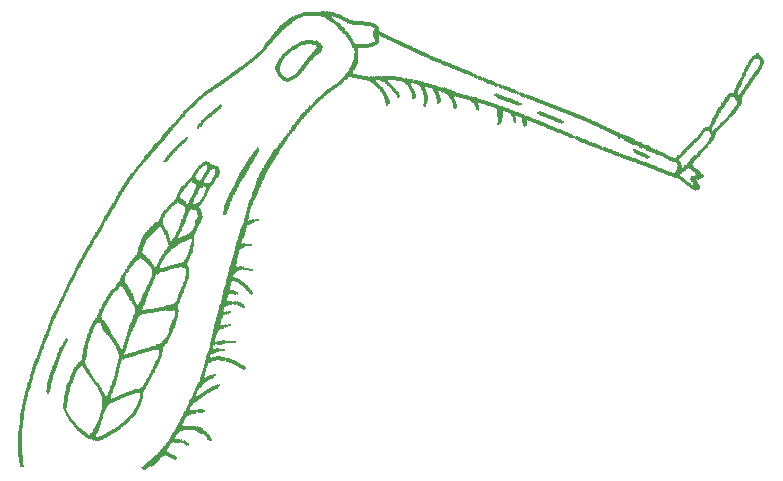
<source format=gbo>
G04 EAGLE Gerber X2 export*
G75*
%MOMM*%
%FSLAX34Y34*%
%LPD*%
%AMOC8*
5,1,8,0,0,1.08239X$1,22.5*%
G01*
%ADD10R,0.044956X0.179831*%
%ADD11R,0.044959X0.404622*%
%ADD12R,0.044956X0.539497*%
%ADD13R,0.044959X0.719328*%
%ADD14R,0.044959X0.854200*%
%ADD15R,0.044956X0.989075*%
%ADD16R,0.044959X1.078991*%
%ADD17R,0.044956X0.674369*%
%ADD18R,0.044956X0.449581*%
%ADD19R,0.044959X0.584453*%
%ADD20R,0.044959X0.404625*%
%ADD21R,0.044956X0.494538*%
%ADD22R,0.044956X0.404622*%
%ADD23R,0.044959X0.449578*%
%ADD24R,0.044956X0.449578*%
%ADD25R,0.044959X0.494541*%
%ADD26R,0.044959X0.539497*%
%ADD27R,0.044956X0.539494*%
%ADD28R,0.044959X0.494538*%
%ADD29R,0.044956X0.359662*%
%ADD30R,0.044959X0.449581*%
%ADD31R,0.044956X0.359666*%
%ADD32R,0.044959X0.584456*%
%ADD33R,0.044956X0.584453*%
%ADD34R,0.044959X0.539494*%
%ADD35R,0.044959X0.629413*%
%ADD36R,0.044956X0.629409*%
%ADD37R,0.044959X0.629409*%
%ADD38R,0.044956X0.944119*%
%ADD39R,0.044956X0.629413*%
%ADD40R,0.044959X0.989078*%
%ADD41R,0.044956X1.034034*%
%ADD42R,0.044956X0.674372*%
%ADD43R,0.044959X1.078994*%
%ADD44R,0.044959X0.674372*%
%ADD45R,0.044959X1.034034*%
%ADD46R,0.044956X1.078991*%
%ADD47R,0.044959X1.123950*%
%ADD48R,0.044959X0.674369*%
%ADD49R,0.044956X2.157984*%
%ADD50R,0.044959X1.303784*%
%ADD51R,0.044956X1.168906*%
%ADD52R,0.044959X0.989075*%
%ADD53R,0.044956X0.494541*%
%ADD54R,0.044959X0.314706*%
%ADD55R,0.044956X0.314706*%
%ADD56R,0.044959X0.359666*%
%ADD57R,0.044959X0.359662*%
%ADD58R,0.044956X0.719328*%
%ADD59R,0.044956X0.809247*%
%ADD60R,0.044959X0.854203*%
%ADD61R,0.044959X0.899159*%
%ADD62R,0.044959X1.708403*%
%ADD63R,0.044956X0.764288*%
%ADD64R,0.044959X0.269750*%
%ADD65R,0.044959X0.044956*%
%ADD66R,0.044956X0.179834*%
%ADD67R,0.044959X0.269747*%
%ADD68R,0.044959X0.764288*%
%ADD69R,0.044956X0.809244*%
%ADD70R,0.044956X0.269747*%
%ADD71R,0.044956X0.899163*%
%ADD72R,0.044959X1.258825*%
%ADD73R,0.044956X1.258825*%
%ADD74R,0.044959X0.134875*%
%ADD75R,0.044956X0.764284*%
%ADD76R,0.044959X0.314703*%
%ADD77R,0.044956X0.584456*%
%ADD78R,0.044956X0.899159*%
%ADD79R,0.044956X1.573531*%
%ADD80R,0.044959X2.023109*%
%ADD81R,0.044956X1.978153*%
%ADD82R,0.044956X0.269750*%
%ADD83R,0.044956X0.224791*%
%ADD84R,0.044956X0.314703*%
%ADD85R,0.044956X0.404625*%
%ADD86R,0.044959X0.224791*%
%ADD87R,0.044956X0.089916*%
%ADD88R,0.044959X0.179834*%
%ADD89R,0.044959X0.224788*%
%ADD90R,0.044959X0.089916*%
%ADD91R,0.044956X0.224788*%
%ADD92R,0.044959X0.179831*%
%ADD93R,0.044959X0.089919*%
%ADD94R,0.044956X0.854203*%
%ADD95R,0.044959X0.899163*%
%ADD96R,0.044959X0.944119*%
%ADD97R,0.044959X0.809244*%
%ADD98R,0.044956X0.089919*%
%ADD99R,0.044959X1.213866*%
%ADD100R,0.044956X1.393697*%
%ADD101R,0.044959X1.483613*%
%ADD102R,0.044959X1.573528*%
%ADD103R,0.044956X1.573528*%
%ADD104R,0.044959X1.618488*%
%ADD105R,0.044956X1.663447*%
%ADD106R,0.044959X0.134872*%
%ADD107R,0.044959X0.764284*%
%ADD108R,0.044959X1.303781*%
%ADD109R,0.044956X1.483613*%
%ADD110R,0.044956X1.078994*%
%ADD111R,0.044956X2.023109*%
%ADD112R,0.044959X2.068069*%
%ADD113R,0.044956X0.944116*%
%ADD114R,0.044956X1.168909*%
%ADD115R,0.044956X1.438656*%
%ADD116R,0.044959X1.528572*%
%ADD117R,0.044959X1.663444*%
%ADD118R,0.044956X1.708403*%
%ADD119R,0.044959X1.753363*%
%ADD120R,0.044956X1.303784*%
%ADD121R,0.044956X1.618488*%
%ADD122R,0.044959X1.708406*%
%ADD123R,0.044956X1.843278*%
%ADD124R,0.044959X1.933194*%
%ADD125R,0.044959X1.348738*%
%ADD126R,0.044956X0.854200*%
%ADD127R,0.044959X1.438656*%
%ADD128R,0.044956X1.303781*%
%ADD129R,0.044959X0.809247*%
%ADD130R,0.044956X1.123950*%
%ADD131R,0.044959X0.044959*%
%ADD132R,0.044959X1.168906*%
%ADD133R,0.044959X1.168909*%
%ADD134R,0.044959X1.258822*%
%ADD135R,0.044956X1.348741*%
%ADD136R,0.044956X0.134872*%
%ADD137R,0.044956X1.393700*%
%ADD138R,0.044959X1.393697*%
%ADD139R,0.044956X1.258822*%
%ADD140R,0.044956X1.213866*%
%ADD141R,0.044959X1.438653*%
%ADD142R,0.044959X1.348741*%
%ADD143R,0.044956X1.528572*%
%ADD144R,0.044959X1.663447*%
%ADD145R,0.044956X2.202941*%
%ADD146R,0.044959X2.023113*%
%ADD147R,0.044959X1.888234*%
%ADD148R,0.044956X1.708406*%
%ADD149R,0.044959X1.798319*%
%ADD150R,0.044959X1.573531*%
%ADD151R,0.044956X1.618491*%
%ADD152R,0.044959X1.618491*%
%ADD153R,0.044956X2.068066*%
%ADD154R,0.044956X1.798319*%
%ADD155R,0.044956X0.989078*%
%ADD156R,0.044956X1.483616*%
%ADD157R,0.044959X1.843278*%
%ADD158R,0.044956X0.044959*%
%ADD159R,0.044959X0.944116*%
%ADD160R,0.044956X1.888238*%
%ADD161R,0.044956X0.134875*%
%ADD162R,0.044956X1.348738*%
%ADD163R,0.044959X2.247900*%
%ADD164R,0.044956X0.719325*%
%ADD165R,0.044959X1.034031*%
%ADD166R,0.044956X1.663444*%
%ADD167R,0.044959X1.483616*%
%ADD168R,0.044956X1.034031*%
%ADD169R,0.044959X1.393700*%
%ADD170R,0.044956X2.113025*%
%ADD171R,0.044959X1.798322*%
%ADD172R,0.044956X2.068069*%
%ADD173R,0.044959X4.810506*%
%ADD174R,0.044956X4.630675*%
%ADD175R,0.044959X3.911347*%
%ADD176R,0.044956X3.281934*%
%ADD177R,0.044959X2.157984*%


D10*
X635000Y472053D03*
D11*
X634550Y471828D03*
D12*
X634101Y471603D03*
D13*
X633651Y471603D03*
D14*
X633202Y471378D03*
D15*
X632752Y471154D03*
D16*
X632303Y471153D03*
D17*
X631853Y468231D03*
D18*
X631853Y474750D03*
D19*
X631403Y466882D03*
D20*
X631403Y475425D03*
D21*
X630954Y465983D03*
D22*
X630954Y475874D03*
D23*
X630504Y465309D03*
D11*
X630504Y476324D03*
D12*
X630055Y464410D03*
D24*
X630055Y476548D03*
D25*
X629605Y463735D03*
D23*
X629605Y476548D03*
D26*
X629155Y463061D03*
D23*
X629155Y476548D03*
D27*
X628706Y462611D03*
D24*
X628706Y476548D03*
D28*
X628256Y461937D03*
D11*
X628256Y476324D03*
D24*
X627807Y461263D03*
D29*
X627807Y476099D03*
D30*
X627357Y460813D03*
D11*
X627357Y475874D03*
D21*
X626908Y460139D03*
D31*
X626908Y475649D03*
D28*
X626458Y459240D03*
D20*
X626458Y475425D03*
D21*
X626008Y458790D03*
D22*
X626008Y474975D03*
D23*
X625559Y458116D03*
D11*
X625559Y474975D03*
D30*
X625109Y457666D03*
D23*
X625109Y474301D03*
D12*
X624660Y456767D03*
D22*
X624660Y473626D03*
D26*
X624210Y456317D03*
D11*
X624210Y472727D03*
D21*
X623761Y455643D03*
D18*
X623761Y472053D03*
D26*
X623311Y454969D03*
D30*
X623311Y471603D03*
D27*
X622861Y454519D03*
D21*
X622861Y470929D03*
D32*
X622412Y453845D03*
D23*
X622412Y470254D03*
D19*
X621962Y453395D03*
D23*
X621962Y469355D03*
D33*
X621513Y452496D03*
D24*
X621513Y468456D03*
D34*
X621063Y451372D03*
D26*
X621063Y467107D03*
D12*
X620613Y450922D03*
D33*
X620613Y466433D03*
D34*
X620164Y450473D03*
D19*
X620164Y465534D03*
D12*
X619714Y449574D03*
D33*
X619714Y464635D03*
D28*
X619265Y448899D03*
D35*
X619265Y463511D03*
D21*
X618815Y448000D03*
D36*
X618815Y462162D03*
D30*
X618366Y447326D03*
D19*
X618366Y461488D03*
D28*
X617916Y446651D03*
D19*
X617916Y460588D03*
D21*
X617466Y446202D03*
D33*
X617466Y459689D03*
D26*
X617017Y445527D03*
D37*
X617017Y459015D03*
D12*
X616567Y445078D03*
D33*
X616567Y457891D03*
D19*
X616118Y444403D03*
D32*
X616118Y456992D03*
D38*
X615668Y441706D03*
D39*
X615668Y455868D03*
D40*
X615219Y440582D03*
D37*
X615219Y454969D03*
D41*
X614769Y439908D03*
D42*
X614769Y454294D03*
D43*
X614319Y439233D03*
D44*
X614319Y453395D03*
D45*
X613870Y438559D03*
D44*
X613870Y452496D03*
D46*
X613420Y437885D03*
D42*
X613420Y451597D03*
D47*
X612971Y437660D03*
D48*
X612971Y450698D03*
D49*
X612521Y441931D03*
D28*
X612071Y433164D03*
D50*
X612071Y445303D03*
D24*
X611622Y432490D03*
D51*
X611622Y445078D03*
D30*
X611172Y432040D03*
D52*
X611172Y445078D03*
D26*
X610723Y431590D03*
D14*
X610723Y444853D03*
D53*
X610273Y430916D03*
D42*
X610273Y444403D03*
D28*
X609824Y430467D03*
X609824Y444403D03*
D18*
X609374Y429792D03*
D29*
X609374Y444179D03*
D23*
X608924Y429343D03*
D54*
X608924Y443954D03*
D18*
X608475Y428893D03*
D55*
X608475Y443954D03*
D23*
X608025Y428443D03*
D54*
X608025Y443954D03*
D18*
X607576Y427994D03*
D55*
X607576Y443954D03*
D11*
X607126Y427319D03*
D56*
X607126Y443729D03*
D57*
X606676Y426645D03*
D11*
X606676Y443504D03*
D31*
X606227Y426195D03*
D18*
X606227Y443280D03*
D57*
X605777Y425746D03*
D23*
X605777Y442830D03*
D22*
X605328Y425072D03*
D18*
X605328Y442380D03*
D11*
X604878Y424622D03*
D28*
X604878Y441706D03*
D29*
X604429Y423948D03*
D12*
X604429Y441032D03*
D56*
X603979Y423498D03*
D19*
X603979Y440357D03*
D29*
X603529Y423048D03*
D33*
X603529Y439908D03*
D57*
X603080Y422599D03*
D19*
X603080Y439458D03*
D56*
X602630Y422149D03*
D35*
X602630Y438784D03*
D29*
X602181Y421700D03*
D33*
X602181Y438109D03*
D56*
X601731Y421250D03*
D35*
X601731Y437435D03*
D29*
X601282Y420801D03*
D33*
X601282Y436761D03*
D56*
X600832Y420351D03*
D34*
X600832Y436086D03*
D29*
X600382Y419901D03*
D27*
X600382Y435187D03*
D56*
X599933Y419452D03*
D26*
X599933Y434738D03*
D56*
X599483Y419002D03*
D35*
X599483Y434288D03*
D29*
X599034Y418553D03*
D12*
X599034Y433389D03*
D56*
X598584Y418103D03*
D19*
X598584Y432265D03*
D29*
X598134Y417653D03*
D12*
X598134Y431590D03*
D56*
X597685Y417204D03*
D26*
X597685Y431141D03*
D22*
X597235Y416530D03*
D33*
X597235Y430916D03*
D11*
X596786Y416080D03*
D35*
X596786Y430242D03*
D22*
X596336Y415630D03*
D17*
X596336Y429567D03*
D11*
X595887Y415181D03*
D48*
X595887Y428668D03*
D11*
X595437Y414731D03*
D35*
X595437Y427544D03*
D22*
X594987Y414282D03*
D39*
X594987Y426645D03*
D11*
X594538Y413832D03*
D34*
X594538Y425746D03*
D24*
X594088Y413158D03*
D33*
X594088Y425072D03*
D28*
X593639Y412483D03*
D48*
X593639Y424622D03*
D39*
X593189Y411359D03*
D58*
X593189Y423948D03*
D44*
X592740Y410685D03*
X592740Y422824D03*
D59*
X592290Y410011D03*
D39*
X592290Y421700D03*
D60*
X591840Y409336D03*
D35*
X591840Y420801D03*
D61*
X591391Y409111D03*
D48*
X591391Y420126D03*
D38*
X590941Y408887D03*
D42*
X590941Y418777D03*
D62*
X590492Y412259D03*
D21*
X590042Y405740D03*
D63*
X590042Y415181D03*
D23*
X589592Y405065D03*
D35*
X589592Y414956D03*
D18*
X589143Y404616D03*
D12*
X589143Y414956D03*
D11*
X588693Y403941D03*
D28*
X588693Y414731D03*
D11*
X588244Y403492D03*
X588244Y414731D03*
D22*
X587794Y403042D03*
X587794Y414731D03*
D11*
X587345Y402593D03*
D56*
X587345Y414956D03*
D24*
X586895Y401918D03*
D31*
X586895Y414956D03*
D11*
X586445Y400794D03*
D56*
X586445Y414956D03*
D29*
X585996Y400569D03*
D31*
X585996Y414956D03*
D57*
X585546Y400120D03*
D56*
X585546Y414956D03*
D31*
X585097Y399670D03*
D55*
X585097Y414731D03*
D54*
X584647Y398996D03*
D64*
X584647Y414506D03*
D65*
X584197Y375168D03*
D57*
X584197Y398322D03*
D54*
X584197Y413832D03*
D66*
X583748Y375393D03*
D31*
X583748Y397872D03*
X583748Y413158D03*
D67*
X583298Y375393D03*
D57*
X583298Y397422D03*
D56*
X583298Y412259D03*
D55*
X582849Y375618D03*
D31*
X582849Y396973D03*
D29*
X582849Y411809D03*
D11*
X582399Y375618D03*
D56*
X582399Y396523D03*
D57*
X582399Y411359D03*
D22*
X581950Y375618D03*
D29*
X581950Y396074D03*
D31*
X581950Y410910D03*
D28*
X581500Y375618D03*
D11*
X581500Y395399D03*
X581500Y410235D03*
D27*
X581050Y375843D03*
D22*
X581050Y394950D03*
D55*
X581050Y409336D03*
D67*
X580601Y365952D03*
D19*
X580601Y376067D03*
D11*
X580601Y394500D03*
D54*
X580601Y408887D03*
D56*
X580151Y365952D03*
D37*
X580151Y376292D03*
D30*
X580151Y394275D03*
D54*
X580151Y408437D03*
D21*
X579702Y366177D03*
D58*
X579702Y376292D03*
D24*
X579702Y393826D03*
D55*
X579702Y407988D03*
D26*
X579252Y366401D03*
D68*
X579252Y376517D03*
D11*
X579252Y393151D03*
D64*
X579252Y407313D03*
D33*
X578803Y366626D03*
D69*
X578803Y376742D03*
D22*
X578803Y392702D03*
D70*
X578803Y406864D03*
D13*
X578353Y366851D03*
D60*
X578353Y376517D03*
D11*
X578353Y392252D03*
D64*
X578353Y406414D03*
D69*
X577903Y367301D03*
D71*
X577903Y376742D03*
D22*
X577903Y391803D03*
D55*
X577903Y406189D03*
D50*
X577454Y369773D03*
D28*
X577454Y379214D03*
D11*
X577454Y391353D03*
D54*
X577454Y405740D03*
D72*
X577004Y369548D03*
D11*
X577004Y379664D03*
X577004Y390903D03*
D67*
X577004Y405065D03*
D73*
X576555Y369548D03*
D22*
X576555Y380114D03*
D21*
X576555Y390454D03*
D70*
X576555Y404616D03*
D72*
X576105Y369548D03*
D56*
X576105Y380338D03*
D34*
X576105Y390229D03*
D57*
X576105Y404616D03*
D51*
X575655Y369548D03*
D29*
X575655Y380788D03*
D21*
X575655Y389555D03*
D70*
X575655Y403716D03*
D56*
X575206Y365952D03*
D37*
X575206Y372246D03*
D23*
X575206Y381237D03*
D30*
X575206Y388880D03*
D64*
X575206Y403267D03*
D31*
X574756Y365952D03*
D21*
X574756Y372471D03*
D18*
X574756Y381687D03*
D24*
X574756Y388431D03*
D55*
X574756Y403042D03*
D54*
X574307Y366177D03*
D28*
X574307Y372471D03*
X574307Y382361D03*
X574307Y387756D03*
D54*
X574307Y402593D03*
D29*
X573857Y366401D03*
D18*
X573857Y372695D03*
D15*
X573857Y385284D03*
D55*
X573857Y402143D03*
D57*
X573408Y366401D03*
D54*
X573408Y372920D03*
D61*
X573408Y385284D03*
D54*
X573408Y401693D03*
D57*
X572958Y366851D03*
D74*
X572958Y372920D03*
D60*
X572958Y385059D03*
D54*
X572958Y401244D03*
D31*
X572508Y367301D03*
D75*
X572508Y385059D03*
D55*
X572508Y400794D03*
D57*
X572059Y367750D03*
D35*
X572059Y384834D03*
D76*
X572059Y400345D03*
D22*
X571609Y367975D03*
D77*
X571609Y384609D03*
D55*
X571609Y399895D03*
D56*
X571160Y368200D03*
D26*
X571160Y384834D03*
D54*
X571160Y399445D03*
D29*
X570710Y368649D03*
D77*
X570710Y384609D03*
D29*
X570710Y399221D03*
D54*
X570261Y368874D03*
D30*
X570261Y383935D03*
D56*
X570261Y398771D03*
D55*
X569811Y369324D03*
D22*
X569811Y383261D03*
D55*
X569811Y398097D03*
D54*
X569361Y369773D03*
D11*
X569361Y382811D03*
D54*
X569361Y397647D03*
X568912Y370223D03*
D11*
X568912Y382361D03*
D54*
X568912Y397198D03*
D70*
X568462Y370448D03*
D18*
X568462Y382137D03*
D55*
X568462Y396748D03*
D76*
X568013Y370672D03*
D11*
X568013Y381912D03*
D54*
X568013Y396298D03*
D55*
X567563Y371122D03*
D18*
X567563Y381687D03*
D55*
X567563Y395849D03*
D54*
X567113Y371572D03*
D11*
X567113Y381013D03*
D54*
X567113Y395399D03*
D55*
X566664Y372021D03*
D22*
X566664Y380563D03*
D55*
X566664Y394950D03*
D54*
X566214Y372021D03*
D11*
X566214Y380114D03*
D56*
X566214Y394725D03*
D54*
X565765Y372471D03*
D11*
X565765Y380114D03*
D57*
X565765Y394275D03*
D55*
X565315Y372920D03*
D18*
X565315Y379889D03*
D31*
X565315Y393826D03*
D56*
X564866Y373145D03*
D44*
X564866Y381013D03*
D57*
X564866Y393376D03*
D29*
X564416Y373595D03*
D78*
X564416Y381687D03*
D31*
X564416Y392477D03*
D11*
X563966Y373819D03*
D52*
X563966Y382137D03*
D57*
X563966Y392027D03*
D79*
X563517Y380114D03*
D31*
X563517Y391578D03*
D80*
X563067Y382811D03*
D81*
X562618Y382586D03*
D16*
X562168Y378540D03*
D68*
X562168Y388656D03*
D61*
X561718Y377641D03*
D32*
X561718Y388656D03*
D42*
X561269Y376966D03*
D21*
X561269Y388656D03*
D26*
X560819Y376292D03*
D57*
X560819Y388880D03*
D18*
X560370Y375843D03*
D55*
X560370Y388656D03*
D54*
X559920Y375618D03*
D67*
X559920Y388880D03*
D70*
X559471Y375393D03*
X559471Y388880D03*
D64*
X559021Y375843D03*
D67*
X559021Y388880D03*
D82*
X558571Y375843D03*
D70*
X558571Y388880D03*
D67*
X558122Y376292D03*
X558122Y388880D03*
X557672Y376292D03*
D76*
X557672Y389105D03*
D83*
X557223Y376517D03*
D70*
X557223Y389330D03*
D64*
X556773Y376742D03*
D54*
X556773Y389555D03*
D82*
X556324Y376742D03*
D55*
X556324Y389555D03*
D67*
X555874Y377191D03*
D54*
X555874Y390004D03*
D70*
X555424Y377191D03*
D55*
X555424Y390004D03*
D67*
X554975Y377191D03*
D54*
X554975Y390454D03*
D67*
X554525Y377191D03*
X554525Y390679D03*
D70*
X554076Y377641D03*
D55*
X554076Y390903D03*
D67*
X553626Y377641D03*
D57*
X553626Y391128D03*
D84*
X553176Y377866D03*
D55*
X553176Y391353D03*
D76*
X552727Y377866D03*
D56*
X552727Y391578D03*
D70*
X552277Y378090D03*
D31*
X552277Y391578D03*
D54*
X551828Y378315D03*
D57*
X551828Y392027D03*
D70*
X551378Y378540D03*
D29*
X551378Y392027D03*
D54*
X550929Y378765D03*
D11*
X550929Y392252D03*
D57*
X550479Y378990D03*
D11*
X550479Y392702D03*
D55*
X550029Y379214D03*
D22*
X550029Y392702D03*
D56*
X549580Y379439D03*
D11*
X549580Y393151D03*
D55*
X549130Y379664D03*
D22*
X549130Y393601D03*
D57*
X548681Y379889D03*
D11*
X548681Y393601D03*
D55*
X548231Y380114D03*
D22*
X548231Y394051D03*
D54*
X547782Y380114D03*
D11*
X547782Y394051D03*
D55*
X547332Y380114D03*
D29*
X547332Y394275D03*
D67*
X546882Y380338D03*
D11*
X546882Y394500D03*
D54*
X546433Y380563D03*
D56*
X546433Y394725D03*
D55*
X545983Y380563D03*
D31*
X545983Y394725D03*
D64*
X545534Y380788D03*
D11*
X545534Y394950D03*
D55*
X545084Y381013D03*
D22*
X545084Y394950D03*
D67*
X544634Y381237D03*
D11*
X544634Y395399D03*
D55*
X544185Y381462D03*
D22*
X544185Y395399D03*
D67*
X543735Y381687D03*
D23*
X543735Y395624D03*
D76*
X543286Y381912D03*
D11*
X543286Y395849D03*
D70*
X542836Y382137D03*
D22*
X542836Y395849D03*
D67*
X542387Y382137D03*
D11*
X542387Y396298D03*
D70*
X541937Y382586D03*
D22*
X541937Y396298D03*
D67*
X541487Y382586D03*
D56*
X541487Y396523D03*
D70*
X541038Y382586D03*
D85*
X541038Y396748D03*
D86*
X540588Y382811D03*
D56*
X540588Y396973D03*
D82*
X540139Y383036D03*
D31*
X540139Y396973D03*
D64*
X539689Y383036D03*
D57*
X539689Y397422D03*
D67*
X539239Y383485D03*
D57*
X539239Y397422D03*
D70*
X538790Y383485D03*
D31*
X538790Y397872D03*
D64*
X538340Y383935D03*
D11*
X538340Y398097D03*
D83*
X537891Y384160D03*
D87*
X537891Y391578D03*
D18*
X537891Y398322D03*
D54*
X537441Y384160D03*
D88*
X537441Y391578D03*
D11*
X537441Y398546D03*
D70*
X536992Y384385D03*
D83*
X536992Y391803D03*
D24*
X536992Y398771D03*
D67*
X536542Y384385D03*
X536542Y391578D03*
D23*
X536542Y398771D03*
D82*
X536092Y384834D03*
D55*
X536092Y391803D03*
D18*
X536092Y399221D03*
D64*
X535643Y384834D03*
D54*
X535643Y391803D03*
D30*
X535643Y399221D03*
D54*
X535193Y385059D03*
D57*
X535193Y392027D03*
D11*
X535193Y399445D03*
D70*
X534744Y385284D03*
D55*
X534744Y392252D03*
D22*
X534744Y399445D03*
D67*
X534294Y385284D03*
D56*
X534294Y392477D03*
D11*
X534294Y399895D03*
D55*
X533845Y385509D03*
D29*
X533845Y392927D03*
D22*
X533845Y399895D03*
D54*
X533395Y385509D03*
D76*
X533395Y393151D03*
D11*
X533395Y400345D03*
D70*
X532945Y385733D03*
D29*
X532945Y393376D03*
D22*
X532945Y400345D03*
D54*
X532496Y385958D03*
D57*
X532496Y393376D03*
D11*
X532496Y400794D03*
D54*
X532046Y385958D03*
D56*
X532046Y393826D03*
D11*
X532046Y400794D03*
D82*
X531597Y386183D03*
D31*
X531597Y393826D03*
D24*
X531597Y401019D03*
D64*
X531147Y386183D03*
D54*
X531147Y394051D03*
D30*
X531147Y401469D03*
D55*
X530697Y386408D03*
D29*
X530697Y394275D03*
D18*
X530697Y401469D03*
D67*
X530248Y386632D03*
D57*
X530248Y394275D03*
D23*
X530248Y401918D03*
D55*
X529798Y386857D03*
X529798Y394500D03*
D24*
X529798Y401918D03*
D64*
X529349Y387082D03*
D56*
X529349Y394725D03*
D11*
X529349Y402143D03*
D55*
X528899Y387307D03*
D31*
X528899Y394725D03*
D22*
X528899Y402593D03*
D54*
X528450Y387307D03*
D57*
X528450Y395174D03*
D11*
X528450Y402593D03*
D67*
X528000Y387532D03*
D57*
X528000Y395174D03*
D56*
X528000Y402817D03*
D55*
X527550Y387756D03*
D31*
X527550Y395624D03*
D22*
X527550Y403042D03*
D64*
X527101Y387981D03*
D54*
X527101Y395849D03*
D11*
X527101Y403042D03*
D70*
X526651Y388431D03*
D29*
X526651Y396074D03*
X526651Y403267D03*
D67*
X526202Y388431D03*
D54*
X526202Y396298D03*
D11*
X526202Y403492D03*
D70*
X525752Y388431D03*
X525752Y396523D03*
D24*
X525752Y403716D03*
D54*
X525303Y388656D03*
D89*
X525303Y396748D03*
D23*
X525303Y403716D03*
D55*
X524853Y388656D03*
D10*
X524853Y396973D03*
D18*
X524853Y404166D03*
D76*
X524403Y389105D03*
D90*
X524403Y397422D03*
D25*
X524403Y404391D03*
D76*
X523954Y389105D03*
D25*
X523954Y404391D03*
D84*
X523504Y389105D03*
D18*
X523504Y404616D03*
D54*
X523055Y389555D03*
D28*
X523055Y404840D03*
D55*
X522605Y389555D03*
D21*
X522605Y404840D03*
D67*
X522155Y389780D03*
D23*
X522155Y405065D03*
D55*
X521706Y390004D03*
D18*
X521706Y405515D03*
D54*
X521256Y390004D03*
D30*
X521256Y405515D03*
D64*
X520807Y390229D03*
D23*
X520807Y405964D03*
D55*
X520357Y390454D03*
D24*
X520357Y405964D03*
D67*
X519908Y390679D03*
D30*
X519908Y406414D03*
D70*
X519458Y390679D03*
D18*
X519458Y406414D03*
D54*
X519008Y390903D03*
D23*
X519008Y406864D03*
D55*
X518559Y390903D03*
D24*
X518559Y406864D03*
D54*
X518109Y391353D03*
D11*
X518109Y407088D03*
D55*
X517660Y391353D03*
D18*
X517660Y407313D03*
D54*
X517210Y391353D03*
D11*
X517210Y407538D03*
D54*
X516760Y391803D03*
D30*
X516760Y407763D03*
D55*
X516311Y391803D03*
D85*
X516311Y407988D03*
D54*
X515861Y391803D03*
D11*
X515861Y408437D03*
D55*
X515412Y392252D03*
D22*
X515412Y408437D03*
D54*
X514962Y392252D03*
D11*
X514962Y408887D03*
D70*
X514513Y392477D03*
D22*
X514513Y408887D03*
D67*
X514063Y392477D03*
D11*
X514063Y409336D03*
D70*
X513613Y392927D03*
D22*
X513613Y409336D03*
D67*
X513164Y392927D03*
D11*
X513164Y409336D03*
D86*
X512714Y393151D03*
D30*
X512714Y409561D03*
D70*
X512265Y393376D03*
D18*
X512265Y409561D03*
D54*
X511815Y393601D03*
D23*
X511815Y410011D03*
D55*
X511366Y394051D03*
D22*
X511366Y410235D03*
D54*
X510916Y394051D03*
D57*
X510916Y410460D03*
D55*
X510466Y394051D03*
D22*
X510466Y410685D03*
D64*
X510017Y394275D03*
D56*
X510017Y410910D03*
D64*
X509567Y394275D03*
D11*
X509567Y411135D03*
D55*
X509118Y394500D03*
D29*
X509118Y411359D03*
D67*
X508668Y394725D03*
D57*
X508668Y411359D03*
D70*
X508218Y394725D03*
D29*
X508218Y411809D03*
D64*
X507769Y395174D03*
D57*
X507769Y411809D03*
D82*
X507319Y395174D03*
D31*
X507319Y412259D03*
D54*
X506870Y395399D03*
D56*
X506870Y412259D03*
D70*
X506420Y395624D03*
D29*
X506420Y412708D03*
D67*
X505971Y395624D03*
D54*
X505971Y412933D03*
D64*
X505521Y396074D03*
D54*
X505521Y413382D03*
D82*
X505071Y396074D03*
D55*
X505071Y413382D03*
D64*
X504622Y396074D03*
D57*
X504622Y413607D03*
D83*
X504172Y396298D03*
D55*
X504172Y413832D03*
D67*
X503723Y396523D03*
D56*
X503723Y414057D03*
D70*
X503273Y396523D03*
D55*
X503273Y414282D03*
D89*
X502824Y396748D03*
D54*
X502824Y414282D03*
D70*
X502374Y396973D03*
D29*
X502374Y414506D03*
D67*
X501924Y396973D03*
D54*
X501924Y414731D03*
D64*
X501475Y397422D03*
D56*
X501475Y414956D03*
D82*
X501025Y397422D03*
D55*
X501025Y415181D03*
D67*
X500576Y397872D03*
D76*
X500576Y415630D03*
D70*
X500126Y397872D03*
X500126Y415855D03*
D67*
X499676Y397872D03*
X499676Y415855D03*
D82*
X499227Y398322D03*
D70*
X499227Y416305D03*
D64*
X498777Y398322D03*
D67*
X498777Y416305D03*
D86*
X498328Y398546D03*
D64*
X498328Y416754D03*
D70*
X497878Y398771D03*
D82*
X497878Y416754D03*
D86*
X497429Y398996D03*
D67*
X497429Y417204D03*
D82*
X496979Y399221D03*
D70*
X496979Y417204D03*
D64*
X496529Y399221D03*
D54*
X496529Y417429D03*
D55*
X496080Y399445D03*
X496080Y417429D03*
D67*
X495630Y399670D03*
D64*
X495630Y417653D03*
D55*
X495181Y399895D03*
D70*
X495181Y418103D03*
D54*
X494731Y399895D03*
D64*
X494731Y418553D03*
D76*
X494281Y400345D03*
D64*
X494281Y418553D03*
D84*
X493832Y400345D03*
D70*
X493832Y419002D03*
D67*
X493382Y400569D03*
X493382Y419002D03*
D55*
X492933Y400794D03*
X492933Y419227D03*
D67*
X492483Y401019D03*
D54*
X492483Y419227D03*
D55*
X492034Y401244D03*
X492034Y419677D03*
D64*
X491584Y401469D03*
D54*
X491584Y419677D03*
D82*
X491134Y401469D03*
D29*
X491134Y419901D03*
D54*
X490685Y401693D03*
X490685Y420126D03*
D67*
X490235Y401918D03*
D54*
X490235Y420126D03*
D70*
X489786Y401918D03*
D55*
X489786Y420576D03*
D64*
X489336Y402368D03*
X489336Y420801D03*
D82*
X488887Y402368D03*
D55*
X488887Y421025D03*
D64*
X488437Y402368D03*
D56*
X488437Y421250D03*
D82*
X487987Y402368D03*
D29*
X487987Y421700D03*
D67*
X487538Y402817D03*
D57*
X487538Y421700D03*
D67*
X487088Y402817D03*
D54*
X487088Y421924D03*
D82*
X486639Y403267D03*
D55*
X486639Y421924D03*
D64*
X486189Y403267D03*
D67*
X486189Y422149D03*
D55*
X485739Y403492D03*
D70*
X485739Y422599D03*
D67*
X485290Y403716D03*
X485290Y422599D03*
D70*
X484840Y403716D03*
D84*
X484840Y422824D03*
D67*
X484391Y404166D03*
D76*
X484391Y422824D03*
D70*
X483941Y404166D03*
D55*
X483941Y423273D03*
D67*
X483492Y404616D03*
D56*
X483492Y423498D03*
D54*
X483042Y404840D03*
D56*
X483042Y423498D03*
D55*
X482592Y404840D03*
D29*
X482592Y423948D03*
D67*
X482143Y405065D03*
D54*
X482143Y424172D03*
D70*
X481693Y405065D03*
D55*
X481693Y424172D03*
D54*
X481244Y405290D03*
X481244Y424622D03*
D55*
X480794Y405290D03*
X480794Y424622D03*
D64*
X480345Y405515D03*
D54*
X480345Y424622D03*
D55*
X479895Y405740D03*
D82*
X479895Y424847D03*
D67*
X479445Y405964D03*
D54*
X479445Y425072D03*
X478996Y406189D03*
X478996Y425072D03*
D82*
X478546Y406414D03*
D55*
X478546Y425521D03*
D67*
X478097Y406864D03*
D54*
X478097Y425521D03*
D70*
X477647Y406864D03*
D29*
X477647Y425746D03*
D64*
X477197Y407313D03*
D54*
X477197Y425971D03*
D82*
X476748Y407313D03*
D55*
X476748Y425971D03*
D64*
X476298Y407313D03*
D67*
X476298Y426195D03*
D86*
X475849Y407538D03*
D54*
X475849Y426420D03*
D83*
X475399Y407538D03*
D70*
X475399Y426645D03*
D89*
X474950Y407988D03*
D76*
X474950Y426870D03*
D91*
X474500Y407988D03*
D70*
X474500Y427095D03*
D89*
X474050Y407988D03*
D67*
X474050Y427095D03*
D83*
X473601Y408437D03*
D70*
X473601Y427544D03*
D86*
X473151Y408437D03*
D67*
X473151Y427544D03*
D83*
X472702Y408887D03*
D55*
X472702Y427769D03*
D86*
X472252Y408887D03*
D54*
X472252Y427769D03*
D67*
X471802Y409111D03*
D64*
X471802Y427994D03*
D82*
X471353Y409561D03*
D55*
X471353Y428219D03*
D64*
X470903Y409561D03*
D67*
X470903Y428443D03*
D82*
X470454Y409561D03*
D70*
X470454Y428443D03*
D67*
X470004Y410011D03*
D54*
X470004Y428668D03*
D70*
X469555Y410011D03*
D82*
X469555Y428893D03*
D54*
X469105Y410235D03*
X469105Y429118D03*
D82*
X468655Y410460D03*
D55*
X468655Y429567D03*
D64*
X468206Y410460D03*
D54*
X468206Y429567D03*
D67*
X467756Y410910D03*
D57*
X467756Y429792D03*
D70*
X467307Y410910D03*
D55*
X467307Y430017D03*
D89*
X466857Y411135D03*
D56*
X466857Y430242D03*
D70*
X466408Y411359D03*
D31*
X466408Y430242D03*
D86*
X465958Y411584D03*
D54*
X465958Y430467D03*
D70*
X465508Y411809D03*
D55*
X465508Y430467D03*
D89*
X465059Y412034D03*
D74*
X465059Y421025D03*
D54*
X465059Y430467D03*
D67*
X464609Y412259D03*
D88*
X464609Y421250D03*
D54*
X464609Y430916D03*
D83*
X464160Y412483D03*
X464160Y421025D03*
D55*
X464160Y430916D03*
D64*
X463710Y412708D03*
D67*
X463710Y421250D03*
D57*
X463710Y431141D03*
D83*
X463260Y412933D03*
D70*
X463260Y421250D03*
D31*
X463260Y431590D03*
D67*
X462811Y413158D03*
D64*
X462811Y421700D03*
D56*
X462811Y431590D03*
D55*
X462361Y413382D03*
D82*
X462361Y421700D03*
D55*
X462361Y431815D03*
D64*
X461912Y413607D03*
X461912Y421700D03*
D54*
X461912Y431815D03*
D82*
X461462Y413607D03*
D70*
X461462Y422149D03*
D55*
X461462Y432265D03*
D64*
X461013Y413607D03*
D67*
X461013Y422149D03*
D54*
X461013Y432265D03*
D64*
X460563Y413607D03*
D67*
X460563Y422599D03*
X460563Y432490D03*
D83*
X460113Y413832D03*
D70*
X460113Y422599D03*
D55*
X460113Y432714D03*
D67*
X459664Y414057D03*
D86*
X459664Y422824D03*
D54*
X459664Y432714D03*
D83*
X459214Y414282D03*
D70*
X459214Y423048D03*
D55*
X459214Y433164D03*
D64*
X458765Y414506D03*
D67*
X458765Y423048D03*
D54*
X458765Y433164D03*
D83*
X458315Y414731D03*
D70*
X458315Y423498D03*
D55*
X458315Y433614D03*
D67*
X457866Y414956D03*
D54*
X457866Y423723D03*
X457866Y433614D03*
D91*
X457416Y415181D03*
D82*
X457416Y423948D03*
D55*
X457416Y433614D03*
D67*
X456966Y415406D03*
D54*
X456966Y424172D03*
D67*
X456966Y433838D03*
X456517Y415406D03*
D54*
X456517Y424172D03*
D76*
X456517Y434063D03*
D70*
X456067Y415855D03*
X456067Y424397D03*
X456067Y434288D03*
D67*
X455618Y415855D03*
D54*
X455618Y424622D03*
D67*
X455618Y434288D03*
D70*
X455168Y415855D03*
D55*
X455168Y424622D03*
X455168Y434513D03*
D67*
X454718Y416305D03*
D54*
X454718Y424622D03*
D67*
X454718Y434738D03*
D70*
X454269Y416305D03*
D82*
X454269Y424847D03*
D55*
X454269Y434962D03*
D54*
X453819Y416530D03*
X453819Y425072D03*
D64*
X453819Y435187D03*
X453370Y416754D03*
D54*
X453370Y425072D03*
X453370Y435412D03*
D82*
X452920Y416754D03*
D55*
X452920Y425521D03*
D70*
X452920Y435637D03*
D54*
X452471Y416979D03*
X452471Y425521D03*
D67*
X452471Y435637D03*
D70*
X452021Y417204D03*
D82*
X452021Y425746D03*
D55*
X452021Y435861D03*
D54*
X451571Y417429D03*
X451571Y425971D03*
D64*
X451571Y436086D03*
D55*
X451122Y417429D03*
D70*
X451122Y426195D03*
D82*
X451122Y436086D03*
D54*
X450672Y417878D03*
X450672Y426420D03*
X450672Y436311D03*
D70*
X450223Y418103D03*
X450223Y426645D03*
X450223Y436536D03*
D54*
X449773Y418328D03*
D76*
X449773Y426870D03*
D67*
X449773Y436536D03*
D64*
X449323Y418553D03*
D76*
X449323Y426870D03*
D54*
X449323Y436761D03*
D55*
X448874Y418777D03*
D70*
X448874Y427095D03*
D82*
X448874Y436985D03*
D67*
X448424Y419002D03*
X448424Y427095D03*
D54*
X448424Y437210D03*
D70*
X447975Y419002D03*
X447975Y427544D03*
D55*
X447975Y437210D03*
D67*
X447525Y419002D03*
X447525Y427544D03*
D54*
X447525Y437660D03*
D55*
X447076Y419227D03*
D70*
X447076Y427544D03*
D55*
X447076Y437660D03*
D67*
X446626Y419452D03*
D64*
X446626Y427994D03*
D76*
X446626Y438109D03*
D55*
X446176Y419677D03*
D82*
X446176Y427994D03*
D84*
X446176Y438109D03*
D64*
X445727Y419901D03*
D67*
X445727Y428443D03*
X445727Y438334D03*
D54*
X445277Y420126D03*
D67*
X445277Y428443D03*
D54*
X445277Y438559D03*
D70*
X444828Y420351D03*
D83*
X444828Y428668D03*
D55*
X444828Y438559D03*
D67*
X444378Y420351D03*
D92*
X444378Y428893D03*
D54*
X444378Y439009D03*
D82*
X443929Y420801D03*
D10*
X443929Y428893D03*
D55*
X443929Y439009D03*
D64*
X443479Y420801D03*
D93*
X443479Y428893D03*
D54*
X443479Y439009D03*
D70*
X443029Y421250D03*
D55*
X443029Y439458D03*
D67*
X442580Y421250D03*
D54*
X442580Y439458D03*
D86*
X442130Y421475D03*
D67*
X442130Y439683D03*
D82*
X441681Y421700D03*
D55*
X441681Y439908D03*
D64*
X441231Y421700D03*
D54*
X441231Y439908D03*
D83*
X440781Y421924D03*
D55*
X440781Y440357D03*
D67*
X440332Y422149D03*
X440332Y440582D03*
D70*
X439882Y422149D03*
X439882Y440582D03*
D67*
X439433Y422599D03*
D64*
X439433Y441032D03*
D70*
X438983Y422599D03*
D82*
X438983Y441032D03*
D76*
X438534Y422824D03*
D64*
X438534Y441032D03*
D67*
X438084Y423048D03*
D54*
X438084Y441256D03*
D55*
X437634Y423273D03*
D70*
X437634Y441481D03*
D54*
X437185Y423273D03*
D67*
X437185Y441481D03*
D70*
X436735Y423498D03*
D91*
X436735Y441706D03*
D54*
X436286Y423723D03*
D67*
X436286Y441931D03*
D55*
X435836Y423723D03*
D70*
X435836Y441931D03*
D54*
X435387Y424172D03*
D67*
X435387Y441931D03*
D55*
X434937Y424172D03*
D82*
X434937Y442380D03*
D54*
X434487Y424172D03*
D64*
X434487Y442380D03*
D56*
X434038Y424397D03*
D86*
X434038Y442605D03*
D94*
X433588Y421924D03*
D70*
X433588Y442830D03*
D95*
X433139Y421700D03*
D86*
X433139Y443055D03*
D38*
X432689Y421924D03*
D82*
X432689Y443280D03*
D96*
X432239Y421924D03*
D86*
X432239Y443504D03*
D38*
X431790Y422374D03*
D83*
X431790Y443504D03*
D97*
X431340Y423048D03*
D67*
X431340Y443729D03*
D35*
X430891Y423948D03*
D86*
X430891Y443954D03*
D21*
X430441Y425072D03*
D82*
X430441Y444179D03*
D54*
X429992Y425971D03*
D64*
X429992Y444179D03*
D55*
X429542Y426420D03*
D98*
X429542Y436086D03*
D82*
X429542Y444179D03*
D67*
X429092Y426645D03*
D92*
X429092Y436086D03*
D67*
X429092Y444628D03*
D70*
X428643Y427095D03*
D10*
X428643Y436086D03*
D70*
X428643Y444628D03*
D67*
X428193Y427095D03*
D86*
X428193Y436311D03*
D89*
X428193Y444853D03*
D70*
X427744Y427095D03*
D83*
X427744Y436311D03*
D91*
X427744Y444853D03*
D54*
X427294Y427319D03*
D67*
X427294Y436536D03*
D86*
X427294Y445303D03*
D67*
X426844Y427544D03*
X426844Y436536D03*
D86*
X426844Y445303D03*
D70*
X426395Y427544D03*
D55*
X426395Y436761D03*
D91*
X426395Y445752D03*
D54*
X425945Y427769D03*
D64*
X425945Y436985D03*
D67*
X425945Y445977D03*
D55*
X425496Y427769D03*
D82*
X425496Y436985D03*
D83*
X425496Y446202D03*
D92*
X425046Y421700D03*
D57*
X425046Y427994D03*
D67*
X425046Y437435D03*
D64*
X425046Y446427D03*
D18*
X424597Y422599D03*
D29*
X424597Y427994D03*
D70*
X424597Y437435D03*
D83*
X424597Y446651D03*
D40*
X424147Y425296D03*
D54*
X424147Y437660D03*
D67*
X424147Y446876D03*
D38*
X423697Y425521D03*
D70*
X423697Y437885D03*
X423697Y446876D03*
D60*
X423248Y425971D03*
D76*
X423248Y438109D03*
D67*
X423248Y446876D03*
D13*
X422798Y427095D03*
D67*
X422798Y438334D03*
D54*
X422798Y447101D03*
D33*
X422349Y427769D03*
D70*
X422349Y438334D03*
D82*
X422349Y447326D03*
D26*
X421899Y428443D03*
D54*
X421899Y438559D03*
D64*
X421899Y447326D03*
D18*
X421450Y428893D03*
D70*
X421450Y438784D03*
D55*
X421450Y447551D03*
D11*
X421000Y429118D03*
D67*
X421000Y438784D03*
D54*
X421000Y447551D03*
D22*
X420550Y429567D03*
D70*
X420550Y438784D03*
X420550Y447775D03*
D57*
X420101Y429792D03*
D64*
X420101Y439233D03*
X420101Y448225D03*
D56*
X419651Y430242D03*
D64*
X419651Y439233D03*
X419651Y448225D03*
D55*
X419202Y430467D03*
D82*
X419202Y439233D03*
D70*
X419202Y448674D03*
D54*
X418752Y430467D03*
D86*
X418752Y439458D03*
D67*
X418752Y448674D03*
D55*
X418302Y430916D03*
D70*
X418302Y439683D03*
X418302Y449124D03*
D54*
X417853Y430916D03*
D67*
X417853Y439683D03*
X417853Y449124D03*
D82*
X417403Y431141D03*
D55*
X417403Y439908D03*
D83*
X417403Y449349D03*
D64*
X416954Y431141D03*
D57*
X416954Y440132D03*
D67*
X416954Y449574D03*
D70*
X416504Y431590D03*
D55*
X416504Y440357D03*
D70*
X416504Y449574D03*
D67*
X416055Y431590D03*
D54*
X416055Y440357D03*
X416055Y449798D03*
X415605Y431815D03*
X415605Y440807D03*
X415605Y449798D03*
D82*
X415155Y432040D03*
D55*
X415155Y440807D03*
D70*
X415155Y450023D03*
D54*
X414706Y432265D03*
X414706Y441256D03*
D86*
X414706Y450248D03*
D55*
X414256Y432265D03*
X414256Y441256D03*
D82*
X414256Y450473D03*
D56*
X413807Y432490D03*
D67*
X413807Y441481D03*
D86*
X413807Y450698D03*
D41*
X413357Y429118D03*
D55*
X413357Y441706D03*
D83*
X413357Y450698D03*
D99*
X412908Y428219D03*
D54*
X412908Y441706D03*
D67*
X412908Y450922D03*
D100*
X412458Y427769D03*
D70*
X412458Y441931D03*
D83*
X412458Y451147D03*
D101*
X412008Y427319D03*
D54*
X412008Y442156D03*
D64*
X412008Y451372D03*
D102*
X411559Y426870D03*
D54*
X411559Y442156D03*
D86*
X411559Y451597D03*
D103*
X411109Y426870D03*
D55*
X411109Y442605D03*
D70*
X411109Y451822D03*
D104*
X410660Y427095D03*
D54*
X410660Y442605D03*
D86*
X410660Y452046D03*
D105*
X410210Y426870D03*
D55*
X410210Y443055D03*
D83*
X410210Y452046D03*
D106*
X409760Y419677D03*
D52*
X409760Y430242D03*
D64*
X409760Y443280D03*
D86*
X409760Y452496D03*
D21*
X409311Y432714D03*
D82*
X409311Y443280D03*
D83*
X409311Y452496D03*
D76*
X408861Y434063D03*
D67*
X408861Y443729D03*
X408861Y452721D03*
X408412Y434288D03*
X408412Y443729D03*
X408412Y452721D03*
D70*
X407962Y434288D03*
D83*
X407962Y443954D03*
D70*
X407962Y452721D03*
D67*
X407513Y434738D03*
D86*
X407513Y443954D03*
D89*
X407513Y452946D03*
D70*
X407063Y434738D03*
D83*
X407063Y443954D03*
D70*
X407063Y453170D03*
D86*
X406613Y434962D03*
D92*
X406613Y444179D03*
D67*
X406613Y453170D03*
D82*
X406164Y435187D03*
D83*
X406164Y453395D03*
D64*
X405714Y435187D03*
X405714Y453620D03*
D83*
X405265Y435412D03*
X405265Y453845D03*
D67*
X404815Y435637D03*
X404815Y454069D03*
X404365Y435637D03*
X404365Y454069D03*
D70*
X403916Y435637D03*
D82*
X403916Y454519D03*
D54*
X403466Y435861D03*
D64*
X403466Y454519D03*
D82*
X403017Y436086D03*
D70*
X403017Y454969D03*
D64*
X402567Y436086D03*
D67*
X402567Y454969D03*
D55*
X402118Y436311D03*
D70*
X402118Y454969D03*
D54*
X401668Y436311D03*
X401668Y455193D03*
D70*
X401218Y436536D03*
D55*
X401218Y455193D03*
D54*
X400769Y436761D03*
D64*
X400769Y455418D03*
D54*
X400319Y436761D03*
D67*
X400319Y455868D03*
D82*
X399870Y436985D03*
D91*
X399870Y456093D03*
D54*
X399420Y437210D03*
D67*
X399420Y456317D03*
D55*
X398971Y437210D03*
D83*
X398971Y456542D03*
D54*
X398521Y437660D03*
D86*
X398521Y456542D03*
D55*
X398071Y437660D03*
D70*
X398071Y456767D03*
D57*
X397622Y437885D03*
D89*
X397622Y456992D03*
D57*
X397172Y437885D03*
D67*
X397172Y457217D03*
D84*
X396723Y438109D03*
D83*
X396723Y457441D03*
D57*
X396273Y438334D03*
D64*
X396273Y457666D03*
D29*
X395823Y438334D03*
D83*
X395823Y457891D03*
D54*
X395374Y438559D03*
D67*
X395374Y458116D03*
D55*
X394924Y438559D03*
D70*
X394924Y458116D03*
D56*
X394475Y438784D03*
D86*
X394475Y458340D03*
D31*
X394025Y438784D03*
D82*
X394025Y458565D03*
D54*
X393576Y432265D03*
D56*
X393576Y438784D03*
D64*
X393576Y458565D03*
D28*
X393126Y433164D03*
D11*
X393126Y438559D03*
D86*
X393126Y458790D03*
D41*
X392676Y435861D03*
D83*
X392676Y458790D03*
D45*
X392227Y435861D03*
D86*
X392227Y459240D03*
D41*
X391777Y436311D03*
D82*
X391777Y459464D03*
D96*
X391328Y436761D03*
D86*
X391328Y459689D03*
D63*
X390878Y437660D03*
D70*
X390878Y459914D03*
D107*
X390429Y438109D03*
D89*
X390429Y460139D03*
D17*
X389979Y438559D03*
D70*
X389979Y460364D03*
D19*
X389529Y439009D03*
D86*
X389529Y460588D03*
D34*
X389080Y439233D03*
D86*
X389080Y460588D03*
D21*
X388630Y439458D03*
D70*
X388630Y460813D03*
D28*
X388181Y439908D03*
D89*
X388181Y461038D03*
D18*
X387731Y440132D03*
D70*
X387731Y461263D03*
D11*
X387281Y440357D03*
D67*
X387281Y461263D03*
D22*
X386832Y440357D03*
D82*
X386832Y461712D03*
D11*
X386382Y440807D03*
D64*
X386382Y461712D03*
D57*
X385933Y441032D03*
D67*
X385933Y462162D03*
D29*
X385483Y441032D03*
D70*
X385483Y462162D03*
D56*
X385034Y441481D03*
D64*
X385034Y462611D03*
D31*
X384584Y441481D03*
D82*
X384584Y462611D03*
D56*
X384134Y441481D03*
D67*
X384134Y463061D03*
D31*
X383685Y441931D03*
D70*
X383685Y463061D03*
D56*
X383235Y441931D03*
D54*
X383235Y463286D03*
D31*
X382786Y441931D03*
D82*
X382786Y463511D03*
D56*
X382336Y441931D03*
D64*
X382336Y463511D03*
D11*
X381886Y442156D03*
D54*
X381886Y463735D03*
D22*
X381437Y442156D03*
D70*
X381437Y463960D03*
D57*
X380987Y442380D03*
D67*
X380987Y463960D03*
D29*
X380538Y442380D03*
D70*
X380538Y464410D03*
D56*
X380088Y442830D03*
D67*
X380088Y464410D03*
D31*
X379639Y442830D03*
D70*
X379639Y464410D03*
D56*
X379189Y442830D03*
D64*
X379189Y464859D03*
D29*
X378739Y443280D03*
D82*
X378739Y464859D03*
D57*
X378290Y443280D03*
D86*
X378290Y465084D03*
D57*
X377840Y443280D03*
D67*
X377840Y465309D03*
D29*
X377391Y443280D03*
D83*
X377391Y465534D03*
D56*
X376941Y443729D03*
D64*
X376941Y465759D03*
D31*
X376492Y443729D03*
D82*
X376492Y465759D03*
D56*
X376042Y443729D03*
D67*
X376042Y466208D03*
D22*
X375592Y443954D03*
D70*
X375592Y466208D03*
D57*
X375143Y444179D03*
D64*
X375143Y466658D03*
D67*
X374693Y434738D03*
D57*
X374693Y444179D03*
D64*
X374693Y466658D03*
D12*
X374244Y434738D03*
D22*
X374244Y444403D03*
D83*
X374244Y466882D03*
D48*
X373794Y435412D03*
D11*
X373794Y444403D03*
D67*
X373794Y467107D03*
D75*
X373344Y435861D03*
D22*
X373344Y444403D03*
D91*
X373344Y467332D03*
D60*
X372895Y436311D03*
D23*
X372895Y444628D03*
D67*
X372895Y467557D03*
D100*
X372445Y439908D03*
D70*
X372445Y467557D03*
D108*
X371996Y440807D03*
D67*
X371996Y467557D03*
D41*
X371546Y442156D03*
D70*
X371546Y468006D03*
D61*
X371097Y442830D03*
D67*
X371097Y468006D03*
D60*
X370647Y443504D03*
D54*
X370647Y468231D03*
D63*
X370197Y443954D03*
D70*
X370197Y468456D03*
D107*
X369748Y444403D03*
D67*
X369748Y468456D03*
D17*
X369298Y444853D03*
D82*
X369298Y468906D03*
D35*
X368849Y445078D03*
D64*
X368849Y468906D03*
D77*
X368399Y445752D03*
D55*
X368399Y469130D03*
D26*
X367950Y445977D03*
D67*
X367950Y469355D03*
D27*
X367500Y446427D03*
D55*
X367500Y469580D03*
D28*
X367050Y446651D03*
D64*
X367050Y469805D03*
D23*
X366601Y446876D03*
D54*
X366601Y470030D03*
D22*
X366151Y447101D03*
D55*
X366151Y470030D03*
D30*
X365702Y447326D03*
D67*
X365702Y470254D03*
D22*
X365252Y447551D03*
D55*
X365252Y470479D03*
D11*
X364802Y447551D03*
D54*
X364802Y470479D03*
D24*
X364353Y447775D03*
D55*
X364353Y470929D03*
D11*
X363903Y448000D03*
D54*
X363903Y470929D03*
D11*
X363454Y448000D03*
D54*
X363454Y471378D03*
D18*
X363004Y448225D03*
D55*
X363004Y471378D03*
D11*
X362555Y448450D03*
D54*
X362555Y471378D03*
D22*
X362105Y448450D03*
D84*
X362105Y471828D03*
D11*
X361655Y448450D03*
D76*
X361655Y471828D03*
D31*
X361206Y448674D03*
D55*
X361206Y472277D03*
D64*
X360756Y439233D03*
D11*
X360756Y448899D03*
D54*
X360756Y472277D03*
D39*
X360307Y440132D03*
D22*
X360307Y448899D03*
D70*
X360307Y472502D03*
D97*
X359857Y440582D03*
D11*
X359857Y448899D03*
D54*
X359857Y472727D03*
D52*
X359407Y441481D03*
D11*
X359407Y448899D03*
D64*
X359407Y472952D03*
D109*
X358958Y443954D03*
D55*
X358958Y473177D03*
D101*
X358508Y443954D03*
D54*
X358508Y473177D03*
D46*
X358059Y445977D03*
D70*
X358059Y473401D03*
D95*
X357609Y447326D03*
D54*
X357609Y473626D03*
D69*
X357160Y447775D03*
D82*
X357160Y473851D03*
D13*
X356710Y448225D03*
D64*
X356710Y473851D03*
D39*
X356260Y448675D03*
D70*
X356260Y474301D03*
D19*
X355811Y449349D03*
D67*
X355811Y474301D03*
D28*
X355361Y449798D03*
D54*
X355361Y474525D03*
D22*
X354912Y450248D03*
D82*
X354912Y474750D03*
D11*
X354462Y450698D03*
D64*
X354462Y474750D03*
D31*
X354013Y450922D03*
D55*
X354013Y474975D03*
D54*
X353563Y451147D03*
D67*
X353563Y475200D03*
D55*
X353113Y451147D03*
X353113Y475425D03*
D54*
X352664Y451597D03*
X352664Y475425D03*
X352214Y451597D03*
X352214Y475874D03*
D55*
X351765Y451597D03*
D82*
X351765Y476099D03*
D67*
X351315Y451822D03*
X351315Y476548D03*
D55*
X350865Y452046D03*
D70*
X350865Y476548D03*
D54*
X350416Y452046D03*
D86*
X350416Y476773D03*
D53*
X349966Y441256D03*
D55*
X349966Y452046D03*
D82*
X349966Y476998D03*
D60*
X349517Y441256D03*
D54*
X349517Y452046D03*
D86*
X349517Y477223D03*
D110*
X349067Y441032D03*
D29*
X349067Y452271D03*
D70*
X349067Y477448D03*
D50*
X348618Y441256D03*
D57*
X348618Y452271D03*
D54*
X348618Y477672D03*
D101*
X348168Y441706D03*
D11*
X348168Y452046D03*
D64*
X348168Y477897D03*
D111*
X347718Y443954D03*
D82*
X347718Y477897D03*
D112*
X347269Y444179D03*
D67*
X347269Y478347D03*
D83*
X346819Y435412D03*
D41*
X346819Y449349D03*
D70*
X346819Y478347D03*
D96*
X346370Y449798D03*
D54*
X346370Y478572D03*
D63*
X345920Y451147D03*
D70*
X345920Y478796D03*
D13*
X345471Y451372D03*
D67*
X345471Y478796D03*
D12*
X345021Y452271D03*
D70*
X345021Y479246D03*
D28*
X344571Y452946D03*
D67*
X344571Y479246D03*
D28*
X344122Y452946D03*
D67*
X344122Y479696D03*
D22*
X343672Y453395D03*
D70*
X343672Y479696D03*
D54*
X343223Y453845D03*
D64*
X343223Y480145D03*
D70*
X342773Y454069D03*
D82*
X342773Y480145D03*
D54*
X342323Y454294D03*
D67*
X342323Y480595D03*
D55*
X341874Y454294D03*
D70*
X341874Y480595D03*
D64*
X341424Y454519D03*
X341424Y481044D03*
X340975Y454519D03*
X340975Y481044D03*
D82*
X340525Y454519D03*
D70*
X340525Y481494D03*
D86*
X340076Y454744D03*
D67*
X340076Y481494D03*
D55*
X339626Y443055D03*
D70*
X339626Y454969D03*
D55*
X339626Y481719D03*
D19*
X339176Y443954D03*
D67*
X339176Y454969D03*
D64*
X339176Y481943D03*
D58*
X338727Y444179D03*
D70*
X338727Y454969D03*
D55*
X338727Y482168D03*
D68*
X338277Y444853D03*
D86*
X338277Y455193D03*
D67*
X338277Y482393D03*
D69*
X337828Y445078D03*
D83*
X337828Y455193D03*
D55*
X337828Y482618D03*
D13*
X337378Y446427D03*
D64*
X337378Y455418D03*
D67*
X337378Y482843D03*
D34*
X336928Y448225D03*
D64*
X336928Y455418D03*
D76*
X336928Y483067D03*
D21*
X336479Y448899D03*
D82*
X336479Y455418D03*
D70*
X336479Y483292D03*
D26*
X336029Y449574D03*
D54*
X336029Y455193D03*
X336029Y483517D03*
D113*
X335580Y452496D03*
D70*
X335580Y483742D03*
D14*
X335130Y452946D03*
D67*
X335130Y483742D03*
D75*
X334681Y453395D03*
D82*
X334681Y484191D03*
D48*
X334231Y453845D03*
D64*
X334231Y484191D03*
D42*
X333781Y454294D03*
D70*
X333781Y484641D03*
D19*
X333332Y454744D03*
D67*
X333332Y484641D03*
D26*
X332882Y454969D03*
D54*
X332882Y484866D03*
D21*
X332433Y455193D03*
D82*
X332433Y485090D03*
D28*
X331983Y455643D03*
D54*
X331983Y485315D03*
D24*
X331534Y455868D03*
D70*
X331534Y485540D03*
D11*
X331084Y456093D03*
D54*
X331084Y485765D03*
D22*
X330634Y456093D03*
D82*
X330634Y485990D03*
D11*
X330185Y456542D03*
D54*
X330185Y486214D03*
D57*
X329735Y456767D03*
D67*
X329735Y486439D03*
D29*
X329286Y456767D03*
D70*
X329286Y486439D03*
D54*
X328836Y456992D03*
D67*
X328836Y486889D03*
D31*
X328386Y457217D03*
D70*
X328386Y486889D03*
D56*
X327937Y457217D03*
D64*
X327937Y487338D03*
D31*
X327487Y457217D03*
D82*
X327487Y487338D03*
D54*
X327038Y457441D03*
X327038Y487563D03*
D55*
X326588Y457441D03*
D70*
X326588Y487788D03*
D86*
X326139Y443055D03*
D57*
X326139Y457666D03*
D54*
X326139Y488013D03*
D57*
X325689Y443280D03*
X325689Y457666D03*
D64*
X325689Y488238D03*
D24*
X325239Y443729D03*
D29*
X325239Y457666D03*
D55*
X325239Y488462D03*
D28*
X324790Y443954D03*
D57*
X324790Y457666D03*
D54*
X324790Y488462D03*
D12*
X324340Y444628D03*
D29*
X324340Y457666D03*
D55*
X324340Y488912D03*
D11*
X323891Y445752D03*
D57*
X323891Y457666D03*
D54*
X323891Y488912D03*
D22*
X323441Y446202D03*
D55*
X323441Y457891D03*
X323441Y489361D03*
D56*
X322992Y446876D03*
D54*
X322992Y457891D03*
X322992Y489361D03*
D29*
X322542Y447326D03*
D31*
X322542Y458116D03*
X322542Y489586D03*
D56*
X322092Y447775D03*
X322092Y458116D03*
D54*
X322092Y489811D03*
X321643Y448450D03*
D56*
X321643Y458116D03*
D57*
X321643Y490036D03*
D55*
X321193Y448899D03*
D31*
X321193Y458116D03*
D84*
X321193Y490261D03*
D76*
X320744Y449349D03*
D56*
X320744Y458116D03*
D54*
X320744Y490710D03*
D55*
X320294Y449798D03*
D31*
X320294Y458116D03*
D55*
X320294Y490710D03*
D54*
X319844Y450248D03*
X319844Y458340D03*
X319844Y491160D03*
D55*
X319395Y450698D03*
X319395Y458340D03*
X319395Y491160D03*
D54*
X318945Y451147D03*
X318945Y458340D03*
X318945Y491609D03*
X318496Y451597D03*
X318496Y458340D03*
X318496Y491609D03*
D29*
X318046Y452271D03*
D55*
X318046Y458340D03*
X318046Y492059D03*
D76*
X317597Y438109D03*
D56*
X317597Y452721D03*
D54*
X317597Y458340D03*
X317597Y492059D03*
D77*
X317147Y438559D03*
D55*
X317147Y453395D03*
D31*
X317147Y458116D03*
D55*
X317147Y492509D03*
D13*
X316697Y438784D03*
D54*
X316697Y453845D03*
D56*
X316697Y458116D03*
D54*
X316697Y492509D03*
D94*
X316248Y439009D03*
D63*
X316248Y456093D03*
D55*
X316248Y492958D03*
D96*
X315798Y439458D03*
D13*
X315798Y456317D03*
D54*
X315798Y492958D03*
D41*
X315349Y439908D03*
D42*
X315349Y456542D03*
D29*
X315349Y493183D03*
D14*
X314899Y441706D03*
D35*
X314899Y456767D03*
D56*
X314899Y493632D03*
D44*
X314449Y443055D03*
D32*
X314449Y456992D03*
D56*
X314449Y493632D03*
D39*
X314000Y444179D03*
D12*
X314000Y457217D03*
D29*
X314000Y494082D03*
D26*
X313550Y445078D03*
D28*
X313550Y457441D03*
D57*
X313550Y494082D03*
D21*
X313101Y445752D03*
X313101Y457441D03*
D29*
X313101Y494082D03*
D28*
X312651Y446651D03*
D30*
X312651Y457666D03*
D57*
X312651Y494532D03*
D21*
X312202Y447101D03*
D18*
X312202Y457666D03*
D29*
X312202Y494532D03*
D23*
X311752Y447775D03*
D57*
X311752Y457666D03*
D56*
X311752Y494981D03*
D22*
X311302Y448450D03*
D29*
X311302Y457666D03*
D31*
X311302Y494981D03*
D11*
X310853Y448899D03*
D57*
X310853Y457666D03*
D54*
X310853Y495206D03*
D30*
X310403Y449124D03*
D57*
X310403Y457666D03*
D54*
X310403Y495656D03*
D22*
X309954Y449798D03*
D55*
X309954Y457891D03*
X309954Y495656D03*
D57*
X309504Y450473D03*
D54*
X309504Y457891D03*
X309504Y496105D03*
D70*
X309055Y450922D03*
D55*
X309055Y457891D03*
D114*
X309055Y494082D03*
D64*
X308605Y451372D03*
D54*
X308605Y457891D03*
D50*
X308605Y494307D03*
D70*
X308155Y451822D03*
D55*
X308155Y457891D03*
D115*
X308155Y494532D03*
D54*
X307706Y452046D03*
X307706Y457891D03*
D116*
X307706Y494532D03*
D54*
X307256Y452496D03*
X307256Y457891D03*
D117*
X307256Y494756D03*
D55*
X306807Y452946D03*
X306807Y457891D03*
D118*
X306807Y494532D03*
D54*
X306357Y453395D03*
X306357Y457891D03*
D119*
X306357Y494756D03*
D55*
X305907Y453845D03*
D29*
X305907Y457666D03*
D22*
X305907Y487563D03*
D120*
X305907Y497454D03*
D48*
X305458Y456093D03*
D57*
X305458Y487338D03*
D68*
X305458Y495656D03*
D11*
X305458Y501950D03*
D17*
X305008Y456093D03*
D29*
X305008Y487338D03*
D39*
X305008Y495431D03*
D22*
X305008Y502399D03*
D35*
X304559Y456317D03*
D56*
X304559Y486889D03*
D28*
X304559Y495206D03*
D57*
X304559Y502624D03*
D33*
X304109Y456542D03*
D31*
X304109Y486889D03*
D22*
X304109Y494756D03*
D31*
X304109Y503074D03*
D26*
X303660Y456767D03*
D54*
X303660Y486664D03*
D56*
X303660Y503074D03*
D28*
X303210Y456992D03*
D56*
X303210Y486439D03*
D54*
X303210Y503298D03*
D21*
X302760Y456992D03*
D31*
X302760Y486439D03*
D55*
X302760Y503298D03*
D23*
X302311Y457217D03*
D56*
X302311Y486439D03*
D54*
X302311Y503298D03*
D24*
X301861Y457217D03*
D55*
X301861Y486214D03*
X301861Y503748D03*
D11*
X301412Y457441D03*
D54*
X301412Y486214D03*
X301412Y503748D03*
D22*
X300962Y457441D03*
D29*
X300962Y485990D03*
D55*
X300962Y503748D03*
D57*
X300513Y457666D03*
D54*
X300513Y485765D03*
X300513Y503748D03*
D29*
X300063Y457666D03*
D55*
X300063Y485765D03*
X300063Y503748D03*
D57*
X299613Y457666D03*
D54*
X299613Y485765D03*
D67*
X299613Y503973D03*
D54*
X299164Y457891D03*
X299164Y485765D03*
D67*
X299164Y503973D03*
D55*
X298714Y457891D03*
X298714Y485765D03*
D70*
X298714Y503973D03*
D54*
X298265Y457891D03*
D67*
X298265Y485540D03*
X298265Y503973D03*
D55*
X297815Y457891D03*
D70*
X297815Y485540D03*
X297815Y503973D03*
D54*
X297365Y458340D03*
X297365Y485315D03*
X297365Y504198D03*
D55*
X296916Y458340D03*
X296916Y485315D03*
X296916Y504198D03*
D54*
X296466Y458340D03*
X296466Y485315D03*
X296466Y504198D03*
X296017Y458340D03*
X296017Y485315D03*
D64*
X296017Y504422D03*
D82*
X295567Y458565D03*
D55*
X295567Y485315D03*
D82*
X295567Y504422D03*
D64*
X295118Y458565D03*
X295118Y485090D03*
X295118Y504422D03*
D55*
X294668Y458790D03*
D82*
X294668Y485090D03*
X294668Y504422D03*
D54*
X294218Y458790D03*
D64*
X294218Y485090D03*
X294218Y504422D03*
D55*
X293769Y458790D03*
D82*
X293769Y485090D03*
X293769Y504422D03*
D54*
X293319Y458790D03*
D64*
X293319Y485090D03*
X293319Y504422D03*
D70*
X292870Y459015D03*
D82*
X292870Y485090D03*
X292870Y504422D03*
D54*
X292420Y459240D03*
D64*
X292420Y485090D03*
D54*
X292420Y504647D03*
X291970Y459240D03*
D64*
X291970Y485090D03*
D54*
X291970Y504647D03*
D55*
X291521Y459240D03*
D82*
X291521Y485090D03*
D55*
X291521Y504647D03*
D54*
X291071Y459240D03*
D86*
X291071Y471828D03*
D64*
X291071Y485090D03*
D54*
X291071Y504647D03*
D29*
X290622Y459464D03*
D121*
X290622Y478347D03*
D55*
X290622Y504647D03*
D54*
X290172Y459689D03*
D122*
X290172Y477897D03*
D54*
X290172Y504647D03*
D55*
X289723Y459689D03*
D123*
X289723Y477672D03*
D55*
X289723Y504647D03*
D54*
X289273Y459689D03*
D124*
X289273Y477223D03*
D54*
X289273Y504647D03*
D31*
X288823Y459914D03*
D111*
X288823Y476773D03*
D31*
X288823Y504872D03*
D54*
X288374Y460139D03*
D125*
X288374Y472952D03*
D35*
X288374Y484191D03*
D56*
X288374Y504872D03*
D54*
X287924Y460139D03*
D45*
X287924Y470479D03*
D19*
X287924Y485315D03*
D56*
X287924Y504872D03*
D29*
X287475Y460364D03*
D126*
X287475Y469130D03*
D33*
X287475Y486214D03*
D31*
X287475Y504872D03*
D57*
X287025Y460364D03*
D97*
X287025Y468006D03*
D35*
X287025Y487338D03*
D56*
X287025Y504872D03*
D29*
X286576Y460813D03*
D75*
X286576Y466882D03*
D39*
X286576Y487788D03*
D29*
X286576Y505322D03*
D16*
X286126Y464410D03*
D34*
X286126Y489137D03*
D57*
X286126Y505322D03*
D15*
X285676Y463960D03*
D21*
X285676Y489811D03*
D29*
X285676Y505322D03*
D61*
X285227Y463511D03*
D25*
X285227Y490261D03*
D11*
X285227Y505546D03*
D68*
X284777Y463286D03*
D28*
X284777Y491160D03*
D57*
X284777Y505771D03*
D58*
X284328Y463061D03*
D24*
X284328Y491834D03*
D22*
X284328Y505996D03*
D48*
X283878Y462387D03*
D28*
X283878Y492509D03*
D11*
X283878Y505996D03*
D33*
X283428Y461937D03*
D18*
X283428Y493183D03*
D22*
X283428Y506446D03*
D19*
X282979Y461488D03*
D28*
X282979Y493857D03*
D11*
X282979Y506446D03*
D12*
X282529Y460813D03*
D18*
X282529Y494532D03*
X282529Y506670D03*
D28*
X282080Y460139D03*
D23*
X282080Y494981D03*
D11*
X282080Y506895D03*
D21*
X281630Y459689D03*
D18*
X281630Y495431D03*
D22*
X281630Y507345D03*
D28*
X281181Y459240D03*
D23*
X281181Y495880D03*
D57*
X281181Y507569D03*
D28*
X280731Y458790D03*
D11*
X280731Y496555D03*
D57*
X280731Y507569D03*
D22*
X280281Y458340D03*
X280281Y497454D03*
D31*
X280281Y508019D03*
D11*
X279832Y457891D03*
D30*
X279832Y497679D03*
D56*
X279832Y508019D03*
D22*
X279382Y457441D03*
D18*
X279382Y498128D03*
D29*
X279382Y508469D03*
D11*
X278933Y456992D03*
D30*
X278933Y498578D03*
D57*
X278933Y508469D03*
D22*
X278483Y456542D03*
D24*
X278483Y499027D03*
D31*
X278483Y508918D03*
D11*
X278034Y456093D03*
D56*
X278034Y499927D03*
D54*
X278034Y509143D03*
D22*
X277584Y455643D03*
X277584Y500151D03*
D55*
X277584Y509143D03*
D11*
X277134Y455193D03*
X277134Y500601D03*
D54*
X277134Y509593D03*
D11*
X276685Y454744D03*
D23*
X276685Y500826D03*
D57*
X276685Y509817D03*
D22*
X276235Y454294D03*
D18*
X276235Y501275D03*
D55*
X276235Y510042D03*
D11*
X275786Y453845D03*
D30*
X275786Y501725D03*
D56*
X275786Y510267D03*
D29*
X275336Y453620D03*
D24*
X275336Y502175D03*
D55*
X275336Y510492D03*
D11*
X274886Y453395D03*
D30*
X274886Y502624D03*
D57*
X274886Y510717D03*
D85*
X274437Y452946D03*
D22*
X274437Y502849D03*
D29*
X274437Y510717D03*
D11*
X273987Y452496D03*
X273987Y503298D03*
D54*
X273987Y510941D03*
D57*
X273538Y452271D03*
D11*
X273538Y503748D03*
D56*
X273538Y511166D03*
D31*
X273088Y451822D03*
D22*
X273088Y504198D03*
D31*
X273088Y511166D03*
D11*
X272639Y451597D03*
X272639Y504647D03*
D54*
X272639Y511391D03*
D29*
X272189Y451372D03*
D22*
X272189Y505097D03*
D29*
X272189Y511616D03*
D56*
X271739Y450922D03*
D11*
X271739Y505546D03*
D57*
X271739Y511616D03*
D22*
X271290Y450698D03*
X271290Y505996D03*
D55*
X271290Y511840D03*
D57*
X270840Y450473D03*
D56*
X270840Y506221D03*
D54*
X270840Y511840D03*
D31*
X270391Y450023D03*
D29*
X270391Y506670D03*
D31*
X270391Y512065D03*
D57*
X269941Y449574D03*
D11*
X269941Y506895D03*
D54*
X269941Y512290D03*
D57*
X269491Y449574D03*
D11*
X269491Y507345D03*
D54*
X269491Y512290D03*
D29*
X269042Y449124D03*
D22*
X269042Y507794D03*
D55*
X269042Y512290D03*
D56*
X268592Y448674D03*
D68*
X268592Y510042D03*
D55*
X268143Y448450D03*
D69*
X268143Y510267D03*
D57*
X267693Y448225D03*
D97*
X267693Y510267D03*
D55*
X267244Y448000D03*
D75*
X267244Y510492D03*
D54*
X266794Y447551D03*
D107*
X266794Y510492D03*
D55*
X266344Y447101D03*
D17*
X266344Y510941D03*
D67*
X265895Y446876D03*
D48*
X265895Y510941D03*
D54*
X265445Y446651D03*
D48*
X265445Y511391D03*
D55*
X264996Y446202D03*
D39*
X264996Y511616D03*
D54*
X264546Y445752D03*
D35*
X264546Y511616D03*
D84*
X264097Y445303D03*
D33*
X264097Y511840D03*
D54*
X263647Y444853D03*
D19*
X263647Y511840D03*
D70*
X263197Y444628D03*
D12*
X263197Y512065D03*
D54*
X262748Y444403D03*
D26*
X262748Y512065D03*
D56*
X262298Y443729D03*
D26*
X262298Y512065D03*
D29*
X261849Y443280D03*
D21*
X261849Y512290D03*
D56*
X261399Y442830D03*
D28*
X261399Y512290D03*
D29*
X260949Y442380D03*
D87*
X260949Y484641D03*
D21*
X260949Y512290D03*
D56*
X260500Y441931D03*
D11*
X260500Y483967D03*
D30*
X260500Y512515D03*
D31*
X260050Y441931D03*
D12*
X260050Y483742D03*
D18*
X260050Y512515D03*
D20*
X259601Y441706D03*
D35*
X259601Y483742D03*
D11*
X259601Y512740D03*
D22*
X259151Y441256D03*
D63*
X259151Y483517D03*
D22*
X259151Y512740D03*
D11*
X258702Y440807D03*
D14*
X258702Y483517D03*
D11*
X258702Y512740D03*
X258252Y440357D03*
D96*
X258252Y483517D03*
D11*
X258252Y512740D03*
D31*
X257802Y439683D03*
D41*
X257802Y483517D03*
D22*
X257802Y512740D03*
D57*
X257353Y439233D03*
D16*
X257353Y483742D03*
D11*
X257353Y512740D03*
D31*
X256903Y438784D03*
D114*
X256903Y483742D03*
D22*
X256903Y512740D03*
D11*
X256454Y438559D03*
D19*
X256454Y480819D03*
D30*
X256454Y487338D03*
D11*
X256454Y512740D03*
D22*
X256004Y438109D03*
D33*
X256004Y480370D03*
D24*
X256004Y487788D03*
D22*
X256004Y512740D03*
D11*
X255555Y437660D03*
D19*
X255555Y479920D03*
D11*
X255555Y488013D03*
X255555Y512740D03*
D29*
X255105Y436985D03*
D77*
X255105Y479471D03*
D22*
X255105Y488013D03*
X255105Y512740D03*
D56*
X254655Y436536D03*
D19*
X254655Y479021D03*
D11*
X254655Y488013D03*
X254655Y512740D03*
D57*
X254206Y436086D03*
D32*
X254206Y478572D03*
D57*
X254206Y488238D03*
D11*
X254206Y512740D03*
D22*
X253756Y435861D03*
D33*
X253756Y478122D03*
D29*
X253756Y488238D03*
D22*
X253756Y512740D03*
D11*
X253307Y435412D03*
D19*
X253307Y477672D03*
D57*
X253307Y488238D03*
D11*
X253307Y512740D03*
D22*
X252857Y434962D03*
D33*
X252857Y477223D03*
D29*
X252857Y488238D03*
D22*
X252857Y512740D03*
D11*
X252407Y434513D03*
D35*
X252407Y476998D03*
D54*
X252407Y488462D03*
D11*
X252407Y512740D03*
D29*
X251958Y433838D03*
D77*
X251958Y476324D03*
D55*
X251958Y488462D03*
D29*
X251958Y512515D03*
D11*
X251508Y433164D03*
D26*
X251508Y475649D03*
D54*
X251508Y488462D03*
D57*
X251508Y512515D03*
D11*
X251059Y432714D03*
D26*
X251059Y475200D03*
D54*
X251059Y488462D03*
D57*
X251059Y512515D03*
D24*
X250609Y432490D03*
D12*
X250609Y474750D03*
D55*
X250609Y488462D03*
D29*
X250609Y512515D03*
D30*
X250160Y432040D03*
D19*
X250160Y474076D03*
D54*
X250160Y488462D03*
D57*
X250160Y512515D03*
D24*
X249710Y431590D03*
D12*
X249710Y473401D03*
D55*
X249710Y488462D03*
D29*
X249710Y512515D03*
D11*
X249260Y430916D03*
D34*
X249260Y472952D03*
D54*
X249260Y488462D03*
D57*
X249260Y512515D03*
D85*
X248811Y430467D03*
D12*
X248811Y472502D03*
D55*
X248811Y488462D03*
D29*
X248811Y512515D03*
D11*
X248361Y430017D03*
D26*
X248361Y472053D03*
D54*
X248361Y488462D03*
D57*
X248361Y512515D03*
D18*
X247912Y429792D03*
D77*
X247912Y471378D03*
D55*
X247912Y488462D03*
D29*
X247912Y512515D03*
D23*
X247462Y429343D03*
D19*
X247462Y470929D03*
D54*
X247462Y488462D03*
X247462Y512290D03*
D30*
X247012Y428893D03*
D19*
X247012Y470030D03*
D54*
X247012Y488462D03*
X247012Y512290D03*
D22*
X246563Y428219D03*
D33*
X246563Y469580D03*
D29*
X246563Y488238D03*
D55*
X246563Y512290D03*
D11*
X246113Y427769D03*
D34*
X246113Y468906D03*
D54*
X246113Y488013D03*
X246113Y512290D03*
D22*
X245664Y427319D03*
D77*
X245664Y468231D03*
D55*
X245664Y488013D03*
D70*
X245664Y512065D03*
D30*
X245214Y426645D03*
D26*
X245214Y467557D03*
D54*
X245214Y488013D03*
D67*
X245214Y512065D03*
D24*
X244765Y426195D03*
D12*
X244765Y467107D03*
D31*
X244765Y487788D03*
D83*
X244765Y511840D03*
D30*
X244315Y425746D03*
D28*
X244315Y466433D03*
D54*
X244315Y487563D03*
D64*
X244315Y511616D03*
D24*
X243865Y425296D03*
D21*
X243865Y465534D03*
D55*
X243865Y487563D03*
D82*
X243865Y511616D03*
D30*
X243416Y424847D03*
D28*
X243416Y465084D03*
D54*
X243416Y487563D03*
D86*
X243416Y511391D03*
D23*
X242966Y424397D03*
D30*
X242966Y464410D03*
D54*
X242966Y487114D03*
D67*
X242966Y511166D03*
D24*
X242517Y423498D03*
D18*
X242517Y463960D03*
D55*
X242517Y487114D03*
X242517Y510941D03*
D30*
X242067Y423048D03*
X242067Y463511D03*
D54*
X242067Y486664D03*
X242067Y510941D03*
D22*
X241618Y422374D03*
D24*
X241618Y463061D03*
D55*
X241618Y486664D03*
D82*
X241618Y510717D03*
D11*
X241168Y421924D03*
D30*
X241168Y462611D03*
D54*
X241168Y486214D03*
X241168Y510492D03*
D24*
X240718Y421250D03*
D22*
X240718Y461937D03*
D55*
X240718Y486214D03*
X240718Y510492D03*
D30*
X240269Y420801D03*
D54*
X240269Y461488D03*
X240269Y485765D03*
X240269Y510042D03*
D11*
X239819Y420126D03*
D54*
X239819Y461038D03*
X239819Y485765D03*
X239819Y510042D03*
D18*
X239370Y419452D03*
D84*
X239370Y460588D03*
D55*
X239370Y485315D03*
X239370Y510042D03*
D30*
X238920Y419002D03*
D54*
X238920Y460139D03*
X238920Y484866D03*
D57*
X238920Y509817D03*
D24*
X238470Y418103D03*
D31*
X238470Y459914D03*
X238470Y484641D03*
D55*
X238470Y509593D03*
D30*
X238021Y417653D03*
D54*
X238021Y459689D03*
D57*
X238021Y484191D03*
D20*
X238021Y509143D03*
D18*
X237571Y416754D03*
D55*
X237571Y459240D03*
D29*
X237571Y484191D03*
D22*
X237571Y508693D03*
D23*
X237122Y416305D03*
D67*
X237122Y459015D03*
D56*
X237122Y483742D03*
D11*
X237122Y508244D03*
D18*
X236672Y415855D03*
D70*
X236672Y459015D03*
D31*
X236672Y483742D03*
D22*
X236672Y508244D03*
D25*
X236223Y415630D03*
D64*
X236223Y458565D03*
D11*
X236223Y483517D03*
D23*
X236223Y508019D03*
D26*
X235773Y414956D03*
D64*
X235773Y458565D03*
D57*
X235773Y483292D03*
D11*
X235773Y507794D03*
D21*
X235323Y414282D03*
D70*
X235323Y458116D03*
D22*
X235323Y483067D03*
D18*
X235323Y507569D03*
D30*
X234874Y413607D03*
D67*
X234874Y458116D03*
D11*
X234874Y482618D03*
D28*
X234874Y506895D03*
D22*
X234424Y412933D03*
D82*
X234424Y457666D03*
D22*
X234424Y482168D03*
D21*
X234424Y506895D03*
D11*
X233975Y412483D03*
D64*
X233975Y457666D03*
D57*
X233975Y481943D03*
D28*
X233975Y506446D03*
D18*
X233525Y411809D03*
D55*
X233525Y457441D03*
D31*
X233525Y481494D03*
D24*
X233525Y506221D03*
D11*
X233076Y411135D03*
D67*
X233076Y457217D03*
D11*
X233076Y481269D03*
D28*
X233076Y505996D03*
D22*
X232626Y410235D03*
D55*
X232626Y456992D03*
D22*
X232626Y480819D03*
D53*
X232626Y505546D03*
D11*
X232176Y409786D03*
D54*
X232176Y456992D03*
X232176Y480370D03*
D28*
X232176Y505097D03*
D23*
X231727Y409111D03*
D54*
X231727Y456992D03*
X231727Y479920D03*
D30*
X231727Y504422D03*
D22*
X231277Y408437D03*
D55*
X231277Y456992D03*
X231277Y479471D03*
D18*
X231277Y504422D03*
D30*
X230828Y407763D03*
D54*
X230828Y456992D03*
D57*
X230828Y479246D03*
D23*
X230828Y503973D03*
D18*
X230378Y407313D03*
D55*
X230378Y456992D03*
D29*
X230378Y478796D03*
D21*
X230378Y503748D03*
D30*
X229928Y406414D03*
D67*
X229928Y457217D03*
D56*
X229928Y478347D03*
D28*
X229928Y503298D03*
D24*
X229479Y405964D03*
D70*
X229479Y457217D03*
D29*
X229479Y477897D03*
D21*
X229479Y502849D03*
D28*
X229029Y405290D03*
D54*
X229029Y457441D03*
D11*
X229029Y477223D03*
D28*
X229029Y502399D03*
D30*
X228580Y404616D03*
D54*
X228580Y457441D03*
D11*
X228580Y476773D03*
D28*
X228580Y501950D03*
D21*
X228130Y403941D03*
D55*
X228130Y457891D03*
D22*
X228130Y476324D03*
D12*
X228130Y501725D03*
D28*
X227681Y403492D03*
D56*
X227681Y458116D03*
D30*
X227681Y475649D03*
D26*
X227681Y501275D03*
D12*
X227231Y402817D03*
D55*
X227231Y458790D03*
D53*
X227231Y474975D03*
D77*
X227231Y501051D03*
D19*
X226781Y402143D03*
D54*
X226781Y459240D03*
D28*
X226781Y474525D03*
D19*
X226781Y500601D03*
D27*
X226332Y401469D03*
D22*
X226332Y459689D03*
D33*
X226332Y473626D03*
X226332Y500151D03*
D32*
X225882Y400794D03*
D11*
X225882Y460139D03*
D19*
X225882Y472727D03*
D37*
X225882Y499927D03*
D33*
X225433Y400345D03*
D53*
X225433Y460588D03*
D42*
X225433Y471828D03*
D39*
X225433Y499477D03*
D35*
X224983Y400120D03*
D19*
X224983Y461488D03*
D97*
X224983Y470704D03*
D35*
X224983Y499027D03*
D44*
X224533Y399445D03*
D127*
X224533Y466658D03*
D35*
X224533Y498578D03*
D42*
X224084Y398097D03*
D128*
X224084Y466433D03*
D77*
X224084Y497904D03*
D48*
X223634Y397647D03*
D47*
X223634Y466433D03*
D19*
X223634Y497454D03*
D17*
X223185Y396748D03*
D38*
X223185Y466433D03*
D77*
X223185Y497004D03*
D44*
X222735Y396298D03*
D129*
X222735Y466208D03*
D34*
X222735Y496330D03*
D58*
X222286Y395624D03*
D39*
X222286Y466658D03*
D12*
X222286Y495880D03*
D13*
X221836Y395174D03*
D11*
X221836Y466882D03*
D34*
X221836Y495431D03*
D58*
X221386Y394275D03*
D10*
X221386Y467107D03*
D12*
X221386Y494981D03*
D68*
X220937Y393601D03*
D26*
X220937Y494532D03*
D60*
X220487Y393151D03*
D26*
X220487Y494082D03*
D126*
X220038Y392702D03*
D27*
X220038Y493183D03*
D97*
X219588Y392027D03*
D26*
X219588Y492733D03*
D69*
X219139Y391128D03*
D27*
X219139Y492284D03*
D14*
X218689Y390454D03*
D28*
X218689Y491609D03*
D78*
X218239Y389780D03*
D21*
X218239Y491160D03*
D61*
X217790Y389330D03*
D30*
X217790Y490485D03*
D60*
X217340Y388206D03*
D28*
X217340Y489811D03*
D94*
X216891Y387756D03*
D21*
X216891Y489361D03*
D95*
X216441Y387082D03*
D28*
X216441Y488912D03*
D78*
X215991Y386183D03*
D21*
X215991Y488462D03*
D60*
X215542Y385059D03*
D26*
X215542Y487788D03*
D78*
X215092Y384385D03*
D53*
X215092Y487114D03*
D95*
X214643Y383935D03*
D28*
X214643Y486664D03*
D71*
X214193Y383036D03*
D53*
X214193Y486214D03*
D61*
X213744Y382137D03*
D26*
X213744Y485540D03*
D14*
X213294Y381462D03*
D34*
X213294Y485090D03*
D78*
X212844Y380788D03*
D21*
X212844Y484416D03*
D96*
X212395Y379664D03*
D28*
X212395Y483967D03*
D113*
X211945Y378765D03*
D18*
X211945Y483292D03*
D61*
X211496Y378090D03*
D11*
X211496Y482618D03*
D38*
X211046Y377416D03*
D22*
X211046Y482168D03*
D96*
X210597Y376966D03*
D56*
X210597Y481494D03*
D15*
X210147Y375843D03*
D29*
X210147Y481044D03*
D16*
X209697Y374494D03*
D56*
X209697Y480595D03*
D43*
X209248Y373595D03*
D57*
X209248Y480145D03*
D130*
X208798Y372920D03*
D55*
X208798Y479471D03*
D47*
X208349Y372021D03*
D76*
X208349Y479021D03*
D114*
X207899Y371347D03*
D55*
X207899Y478572D03*
D43*
X207449Y369548D03*
D131*
X207449Y398546D03*
D56*
X207449Y478347D03*
D87*
X207000Y337628D03*
D130*
X207000Y368424D03*
D55*
X207000Y397647D03*
X207000Y478122D03*
D106*
X206550Y337853D03*
D99*
X206550Y367525D03*
D30*
X206550Y396973D03*
D54*
X206550Y477672D03*
D106*
X206101Y337853D03*
D132*
X206101Y366401D03*
D25*
X206101Y396298D03*
D54*
X206101Y477223D03*
D83*
X205651Y337853D03*
D130*
X205651Y365277D03*
D12*
X205651Y395624D03*
D55*
X205651Y476773D03*
D86*
X205202Y337853D03*
D52*
X205202Y363704D03*
D34*
X205202Y395174D03*
D54*
X205202Y476324D03*
D10*
X204752Y337628D03*
D113*
X204752Y362580D03*
D33*
X204752Y394500D03*
D55*
X204752Y475874D03*
D92*
X204302Y337628D03*
D96*
X204302Y361681D03*
D19*
X204302Y394051D03*
D67*
X204302Y475649D03*
D91*
X203853Y337403D03*
D78*
X203853Y361006D03*
D39*
X203853Y393376D03*
D70*
X203853Y475200D03*
D89*
X203403Y337403D03*
D96*
X203403Y359882D03*
D35*
X203403Y392927D03*
D54*
X203403Y474975D03*
D91*
X202954Y337403D03*
D126*
X202954Y358983D03*
D39*
X202954Y392027D03*
D55*
X202954Y474525D03*
D67*
X202504Y337179D03*
D14*
X202504Y358084D03*
D37*
X202504Y391578D03*
D54*
X202504Y474076D03*
D74*
X202054Y295593D03*
D67*
X202054Y337179D03*
D60*
X202054Y357185D03*
D48*
X202054Y390903D03*
D54*
X202054Y473626D03*
D87*
X201605Y276036D03*
D10*
X201605Y295817D03*
D84*
X201605Y336954D03*
D75*
X201605Y355387D03*
D42*
X201605Y390004D03*
D70*
X201605Y473401D03*
D67*
X201155Y276485D03*
D89*
X201155Y295593D03*
D90*
X201155Y316948D03*
D54*
X201155Y336504D03*
D13*
X201155Y354263D03*
X201155Y389330D03*
D64*
X201155Y472952D03*
D29*
X200706Y276935D03*
D10*
X200706Y295817D03*
D66*
X200706Y316948D03*
D55*
X200706Y336504D03*
D58*
X200706Y352914D03*
D17*
X200706Y388656D03*
D70*
X200706Y472502D03*
D11*
X200256Y277160D03*
D86*
X200256Y296042D03*
D88*
X200256Y316948D03*
D56*
X200256Y336279D03*
D107*
X200256Y351340D03*
D13*
X200256Y387981D03*
D54*
X200256Y472277D03*
D18*
X199807Y277834D03*
D83*
X199807Y296042D03*
X199807Y316723D03*
D22*
X199807Y336055D03*
D38*
X199807Y349542D03*
D63*
X199807Y387307D03*
D84*
X199807Y471828D03*
D11*
X199357Y278508D03*
D86*
X199357Y296042D03*
X199357Y316723D03*
D57*
X199357Y335830D03*
D96*
X199357Y348643D03*
D97*
X199357Y386632D03*
D67*
X199357Y471603D03*
D22*
X198907Y278958D03*
D83*
X198907Y296492D03*
X198907Y316723D03*
D22*
X198907Y335605D03*
D51*
X198907Y346170D03*
D69*
X198907Y385284D03*
D70*
X198907Y471153D03*
D11*
X198458Y279408D03*
D86*
X198458Y296492D03*
X198458Y316723D03*
D11*
X198458Y335605D03*
D133*
X198458Y344822D03*
D14*
X198458Y384609D03*
D64*
X198458Y470704D03*
D11*
X198008Y279857D03*
D86*
X198008Y296492D03*
X198008Y316723D03*
D101*
X198008Y341450D03*
D97*
X198008Y383935D03*
D54*
X198008Y470479D03*
D24*
X197559Y280082D03*
D66*
X197559Y296716D03*
D83*
X197559Y316723D03*
D128*
X197559Y340551D03*
D59*
X197559Y383485D03*
D70*
X197559Y470254D03*
D30*
X197109Y280532D03*
D86*
X197109Y296941D03*
X197109Y316723D03*
D134*
X197109Y339427D03*
D60*
X197109Y382811D03*
D64*
X197109Y469805D03*
D22*
X196660Y281206D03*
D83*
X196660Y296941D03*
X196660Y316723D03*
D135*
X196660Y337628D03*
D75*
X196660Y381912D03*
D55*
X196660Y469580D03*
D11*
X196210Y281656D03*
D86*
X196210Y296941D03*
X196210Y316723D03*
D127*
X196210Y335830D03*
D68*
X196210Y381462D03*
D54*
X196210Y469130D03*
D136*
X195760Y212420D03*
D22*
X195760Y282105D03*
D83*
X195760Y296941D03*
X195760Y316723D03*
D137*
X195760Y334256D03*
D69*
X195760Y380338D03*
D82*
X195760Y468906D03*
D86*
X195311Y212420D03*
D106*
X195311Y264571D03*
D56*
X195311Y282330D03*
D86*
X195311Y296941D03*
X195311Y316723D03*
D138*
X195311Y332908D03*
D97*
X195311Y379889D03*
D67*
X195311Y468456D03*
X194861Y212645D03*
D92*
X194861Y264796D03*
D57*
X194861Y282779D03*
D86*
X194861Y296941D03*
D64*
X194861Y316498D03*
D108*
X194861Y331559D03*
D60*
X194861Y378765D03*
D54*
X194861Y468231D03*
D55*
X194412Y212870D03*
D91*
X194412Y265021D03*
D31*
X194412Y283229D03*
D83*
X194412Y296941D03*
D82*
X194412Y316498D03*
D73*
X194412Y329985D03*
D126*
X194412Y378315D03*
D84*
X194412Y467782D03*
D76*
X193962Y213319D03*
D67*
X193962Y265246D03*
D54*
X193962Y283454D03*
D64*
X193962Y297166D03*
D54*
X193962Y316273D03*
D99*
X193962Y328861D03*
D97*
X193962Y377641D03*
D67*
X193962Y467557D03*
D70*
X193512Y213544D03*
D84*
X193512Y265471D03*
D55*
X193512Y283903D03*
D83*
X193512Y297391D03*
D55*
X193512Y316273D03*
D139*
X193512Y328187D03*
D75*
X193512Y376966D03*
D70*
X193512Y467107D03*
D67*
X193063Y213994D03*
X193063Y265695D03*
D54*
X193063Y284353D03*
D86*
X193063Y297391D03*
D56*
X193063Y316048D03*
D134*
X193063Y326389D03*
D129*
X193063Y376292D03*
D54*
X193063Y466882D03*
D70*
X192613Y213994D03*
D55*
X192613Y265920D03*
X192613Y284803D03*
D82*
X192613Y297166D03*
D24*
X192613Y316048D03*
D140*
X192613Y325714D03*
D69*
X192613Y375393D03*
D82*
X192613Y466658D03*
D54*
X192164Y214219D03*
D67*
X192164Y266145D03*
D57*
X192164Y285027D03*
D64*
X192164Y297166D03*
D117*
X192164Y322118D03*
D107*
X192164Y374719D03*
D67*
X192164Y466208D03*
D82*
X191714Y214443D03*
X191714Y266595D03*
D31*
X191714Y285477D03*
D82*
X191714Y297166D03*
D79*
X191714Y321219D03*
D69*
X191714Y374044D03*
D55*
X191714Y465983D03*
D54*
X191265Y214668D03*
D64*
X191265Y266595D03*
D11*
X191265Y285702D03*
D64*
X191265Y297166D03*
D141*
X191265Y320095D03*
D68*
X191265Y373370D03*
D54*
X191265Y465534D03*
X190815Y215118D03*
D86*
X190815Y266819D03*
D54*
X190815Y286151D03*
D86*
X190815Y296941D03*
D142*
X190815Y319195D03*
D60*
X190815Y372471D03*
D67*
X190815Y465309D03*
D82*
X190365Y215342D03*
D83*
X190365Y266819D03*
D55*
X190365Y286601D03*
D83*
X190365Y296941D03*
D100*
X190365Y317622D03*
D69*
X190365Y371347D03*
D82*
X190365Y464859D03*
D54*
X189916Y215567D03*
D67*
X189916Y267044D03*
D54*
X189916Y286601D03*
D67*
X189916Y296716D03*
D141*
X189916Y316048D03*
D97*
X189916Y370448D03*
D67*
X189916Y464410D03*
D55*
X189466Y216017D03*
D82*
X189466Y267494D03*
D136*
X189466Y275811D03*
D55*
X189466Y287050D03*
X189466Y296941D03*
D115*
X189466Y314700D03*
D75*
X189466Y369773D03*
D70*
X189466Y463960D03*
D64*
X189017Y216242D03*
X189017Y267494D03*
D92*
X189017Y276036D03*
D54*
X189017Y287050D03*
D56*
X189017Y296716D03*
D101*
X189017Y313126D03*
D13*
X189017Y369099D03*
D54*
X189017Y463735D03*
D55*
X188567Y216466D03*
D83*
X188567Y267719D03*
D91*
X188567Y276261D03*
D31*
X188567Y287275D03*
X188567Y296716D03*
D143*
X188567Y311553D03*
D69*
X188567Y367750D03*
D55*
X188567Y463735D03*
D67*
X188118Y216691D03*
D86*
X188118Y267719D03*
D89*
X188118Y276261D03*
D54*
X188118Y287500D03*
D23*
X188118Y296716D03*
D144*
X188118Y309529D03*
D14*
X188118Y367076D03*
D54*
X188118Y463286D03*
D55*
X187668Y216916D03*
D83*
X187668Y267719D03*
D91*
X187668Y276261D03*
D55*
X187668Y287500D03*
D145*
X187668Y305034D03*
D69*
X187668Y366401D03*
D31*
X187668Y463061D03*
D67*
X187218Y217141D03*
D90*
X187218Y235124D03*
D67*
X187218Y267943D03*
X187218Y276485D03*
D54*
X187218Y287500D03*
D146*
X187218Y303685D03*
D13*
X187218Y365053D03*
D64*
X187218Y462611D03*
D54*
X186769Y217366D03*
D92*
X186769Y235124D03*
D67*
X186769Y267943D03*
X186769Y276485D03*
D57*
X186769Y287725D03*
D147*
X186769Y302561D03*
D13*
X186769Y364153D03*
D67*
X186769Y462162D03*
D82*
X186319Y217590D03*
D10*
X186319Y235124D03*
D70*
X186319Y267943D03*
X186319Y276485D03*
D29*
X186319Y287725D03*
D148*
X186319Y301212D03*
D75*
X186319Y363479D03*
D55*
X186319Y461937D03*
D54*
X185870Y217815D03*
D86*
X185870Y234899D03*
X185870Y268168D03*
D67*
X185870Y276935D03*
D76*
X185870Y287950D03*
D104*
X185870Y299864D03*
D13*
X185870Y362355D03*
D64*
X185870Y461712D03*
D70*
X185420Y218040D03*
D83*
X185420Y234899D03*
X185420Y268168D03*
D70*
X185420Y276935D03*
D22*
X185420Y288399D03*
D143*
X185420Y298515D03*
D58*
X185420Y361906D03*
D70*
X185420Y461263D03*
D67*
X184970Y218040D03*
D86*
X184970Y234899D03*
X184970Y268168D03*
D67*
X184970Y276935D03*
D149*
X184970Y295368D03*
D129*
X184970Y361006D03*
D67*
X184970Y460813D03*
D82*
X184521Y218490D03*
D83*
X184521Y234899D03*
D70*
X184521Y267943D03*
D55*
X184521Y277160D03*
D118*
X184521Y294469D03*
D69*
X184521Y359208D03*
D84*
X184521Y460588D03*
D64*
X184071Y218490D03*
D86*
X184071Y234899D03*
D67*
X184071Y267943D03*
D54*
X184071Y277160D03*
D150*
X184071Y293345D03*
D107*
X184071Y358534D03*
D67*
X184071Y460364D03*
D54*
X183622Y218714D03*
D86*
X183622Y234899D03*
D93*
X183622Y249061D03*
D67*
X183622Y267943D03*
X183622Y277385D03*
D104*
X183622Y291771D03*
D97*
X183622Y357859D03*
D67*
X183622Y459914D03*
D70*
X183172Y218939D03*
D83*
X183172Y234899D03*
D10*
X183172Y249061D03*
D98*
X183172Y260300D03*
D70*
X183172Y267943D03*
D55*
X183172Y277160D03*
D151*
X183172Y290422D03*
D94*
X183172Y357185D03*
D55*
X183172Y459689D03*
D67*
X182723Y218939D03*
D86*
X182723Y234899D03*
D92*
X182723Y249061D03*
D74*
X182723Y260076D03*
D67*
X182723Y267943D03*
D54*
X182723Y277160D03*
D152*
X182723Y289523D03*
D60*
X182723Y356286D03*
D64*
X182723Y459464D03*
D82*
X182273Y219389D03*
D83*
X182273Y234899D03*
X182273Y248836D03*
D66*
X182273Y259851D03*
D83*
X182273Y267719D03*
D153*
X182273Y285477D03*
D113*
X182273Y355387D03*
D70*
X182273Y459015D03*
D64*
X181823Y219389D03*
D86*
X181823Y234899D03*
X181823Y248836D03*
D88*
X181823Y259851D03*
D64*
X181823Y267494D03*
D147*
X181823Y284578D03*
D52*
X181823Y353364D03*
D64*
X181823Y458565D03*
D82*
X181374Y219389D03*
D83*
X181374Y234899D03*
X181374Y248836D03*
X181374Y259626D03*
D82*
X181374Y267494D03*
D154*
X181374Y283679D03*
D15*
X181374Y352464D03*
D70*
X181374Y458116D03*
D54*
X180924Y219613D03*
D86*
X180924Y234899D03*
X180924Y248387D03*
X180924Y259626D03*
D64*
X180924Y267494D03*
D119*
X180924Y282555D03*
D52*
X180924Y351565D03*
D67*
X180924Y458116D03*
D70*
X180475Y219838D03*
D83*
X180475Y234899D03*
X180475Y248387D03*
X180475Y259626D03*
D55*
X180475Y267269D03*
D121*
X180475Y280532D03*
D155*
X180475Y350666D03*
D82*
X180475Y457666D03*
D67*
X180025Y219838D03*
D86*
X180025Y234899D03*
X180025Y248387D03*
D64*
X180025Y259401D03*
D67*
X180025Y267044D03*
D144*
X180025Y279857D03*
D47*
X180025Y349093D03*
D54*
X180025Y457441D03*
D89*
X179575Y220063D03*
D86*
X179575Y234899D03*
X179575Y248387D03*
X179575Y259177D03*
D124*
X179575Y274912D03*
D16*
X179575Y347969D03*
D67*
X179575Y457217D03*
D91*
X179126Y220063D03*
D83*
X179126Y234899D03*
D82*
X179126Y248162D03*
D83*
X179126Y259177D03*
D154*
X179126Y273788D03*
D15*
X179126Y347069D03*
D55*
X179126Y456992D03*
D67*
X178676Y220288D03*
D64*
X178676Y234674D03*
D86*
X178676Y247937D03*
D92*
X178676Y258952D03*
D104*
X178676Y272889D03*
D97*
X178676Y346170D03*
D76*
X178676Y456542D03*
D70*
X178227Y220288D03*
D87*
X178227Y228380D03*
D82*
X178227Y234674D03*
D83*
X178227Y247937D03*
D91*
X178227Y258727D03*
D79*
X178227Y272214D03*
D12*
X178227Y344822D03*
D55*
X178227Y456093D03*
D67*
X177777Y220288D03*
D89*
X177777Y228156D03*
D64*
X177777Y234674D03*
D67*
X177777Y247712D03*
X177777Y258952D03*
D116*
X177777Y271090D03*
D67*
X177777Y343922D03*
D54*
X177777Y455643D03*
D70*
X177328Y220288D03*
D91*
X177328Y228156D03*
D82*
X177328Y234674D03*
D70*
X177328Y247712D03*
D31*
X177328Y258952D03*
D156*
X177328Y269517D03*
D55*
X177328Y455193D03*
D76*
X176878Y220513D03*
D89*
X176878Y228156D03*
D64*
X176878Y234674D03*
D67*
X176878Y247712D03*
D157*
X176878Y265471D03*
D54*
X176878Y455193D03*
D70*
X176428Y220737D03*
D91*
X176428Y228156D03*
D82*
X176428Y234674D03*
D55*
X176428Y247487D03*
D151*
X176428Y263897D03*
D55*
X176428Y454744D03*
D67*
X175979Y220737D03*
D89*
X175979Y228156D03*
D67*
X175979Y234225D03*
D54*
X175979Y247487D03*
D150*
X175979Y262773D03*
D64*
X175979Y454519D03*
D67*
X175529Y220737D03*
D89*
X175529Y228156D03*
D67*
X175529Y234225D03*
D54*
X175529Y247487D03*
D108*
X175529Y260975D03*
D92*
X175529Y434738D03*
D67*
X175529Y454069D03*
D70*
X175080Y220737D03*
D91*
X175080Y228156D03*
D70*
X175080Y234225D03*
D55*
X175080Y247487D03*
D115*
X175080Y260300D03*
D70*
X175080Y434288D03*
D55*
X175080Y453845D03*
D54*
X174630Y220962D03*
D89*
X174630Y228156D03*
D67*
X174630Y234225D03*
D56*
X174630Y247712D03*
D104*
X174630Y258502D03*
D76*
X174630Y434063D03*
D54*
X174630Y453395D03*
D158*
X174181Y198034D03*
D55*
X174181Y220962D03*
D91*
X174181Y228156D03*
D70*
X174181Y234225D03*
D111*
X174181Y255580D03*
D29*
X174181Y433838D03*
D70*
X174181Y453170D03*
D106*
X173731Y198034D03*
D54*
X173731Y220962D03*
D89*
X173731Y228156D03*
D86*
X173731Y234000D03*
D149*
X173731Y254456D03*
D64*
X173731Y378990D03*
D56*
X173731Y433389D03*
D54*
X173731Y452946D03*
D10*
X173281Y197809D03*
D55*
X173281Y220962D03*
D91*
X173281Y228156D03*
D82*
X173281Y233775D03*
D121*
X173281Y253107D03*
D33*
X173281Y378765D03*
D29*
X173281Y432939D03*
D55*
X173281Y452496D03*
D89*
X172832Y197584D03*
D54*
X172832Y220962D03*
D67*
X172832Y227931D03*
D64*
X172832Y233775D03*
D104*
X172832Y252208D03*
D107*
X172832Y378765D03*
D56*
X172832Y432490D03*
D54*
X172832Y452046D03*
D67*
X172382Y197359D03*
D54*
X172382Y220962D03*
D67*
X172382Y227931D03*
D64*
X172382Y233775D03*
D102*
X172382Y251084D03*
D61*
X172382Y378990D03*
D57*
X172382Y432040D03*
D54*
X172382Y452046D03*
D82*
X171933Y196910D03*
D55*
X171933Y220962D03*
D70*
X171933Y227931D03*
D83*
X171933Y233550D03*
D115*
X171933Y249511D03*
D15*
X171933Y378540D03*
D29*
X171933Y432040D03*
D55*
X171933Y451597D03*
D64*
X171483Y196910D03*
D54*
X171483Y220962D03*
D67*
X171483Y227931D03*
D86*
X171483Y233550D03*
D101*
X171483Y248387D03*
D16*
X171483Y378540D03*
D56*
X171483Y431590D03*
D54*
X171483Y451597D03*
D70*
X171033Y196460D03*
D29*
X171033Y220737D03*
D82*
X171033Y227481D03*
D83*
X171033Y233550D03*
D100*
X171033Y246139D03*
D114*
X171033Y378090D03*
D22*
X171033Y431366D03*
D55*
X171033Y451147D03*
D67*
X170584Y196460D03*
D90*
X170584Y206800D03*
D57*
X170584Y220737D03*
D64*
X170584Y227481D03*
D86*
X170584Y233550D03*
D138*
X170584Y244790D03*
D26*
X170584Y374494D03*
D11*
X170584Y382361D03*
D56*
X170584Y430691D03*
X170584Y450922D03*
D82*
X170134Y196011D03*
D83*
X170134Y206576D03*
D29*
X170134Y220737D03*
D82*
X170134Y227481D03*
D70*
X170134Y233326D03*
D128*
X170134Y243441D03*
D21*
X170134Y373370D03*
D31*
X170134Y382586D03*
X170134Y430242D03*
D55*
X170134Y450698D03*
D64*
X169685Y196011D03*
D86*
X169685Y206576D03*
D76*
X169685Y220513D03*
D54*
X169685Y227256D03*
X169685Y233550D03*
D132*
X169685Y241868D03*
D28*
X169685Y372471D03*
D54*
X169685Y382811D03*
D57*
X169685Y429792D03*
D54*
X169685Y450248D03*
D83*
X169235Y195786D03*
X169235Y206126D03*
D84*
X169235Y220513D03*
D31*
X169235Y227032D03*
D100*
X169235Y238945D03*
D21*
X169235Y372021D03*
D29*
X169235Y383036D03*
D22*
X169235Y429567D03*
D31*
X169235Y450023D03*
D67*
X168786Y195561D03*
X168786Y205901D03*
D76*
X168786Y220513D03*
D57*
X168786Y226582D03*
D72*
X168786Y237821D03*
D28*
X168786Y371122D03*
D54*
X168786Y383261D03*
D56*
X168786Y429343D03*
D57*
X168786Y449574D03*
D67*
X168336Y195561D03*
D89*
X168336Y205677D03*
D76*
X168336Y220513D03*
D57*
X168336Y226582D03*
D16*
X168336Y236473D03*
D25*
X168336Y370672D03*
D54*
X168336Y383261D03*
D57*
X168336Y428893D03*
D76*
X168336Y449349D03*
D82*
X167886Y195111D03*
D70*
X167886Y205452D03*
D29*
X167886Y220288D03*
D143*
X167886Y232427D03*
D24*
X167886Y369998D03*
D55*
X167886Y383261D03*
D31*
X167886Y428443D03*
D29*
X167886Y449124D03*
D54*
X167437Y194887D03*
D67*
X167437Y205452D03*
D56*
X167437Y219838D03*
D142*
X167437Y231078D03*
D11*
X167437Y369324D03*
D57*
X167437Y383036D03*
X167437Y427994D03*
D56*
X167437Y448674D03*
D136*
X166987Y152176D03*
D70*
X166987Y194662D03*
X166987Y205452D03*
D31*
X166987Y219838D03*
D114*
X166987Y230179D03*
D22*
X166987Y368874D03*
D18*
X166987Y383036D03*
D29*
X166987Y427095D03*
X166987Y448225D03*
D67*
X166538Y152401D03*
X166538Y194212D03*
D54*
X166538Y205227D03*
D56*
X166538Y219838D03*
D45*
X166538Y229504D03*
D56*
X166538Y368200D03*
D28*
X166538Y382811D03*
D57*
X166538Y427095D03*
X166538Y448225D03*
D29*
X166088Y152851D03*
D55*
X166088Y193987D03*
D82*
X166088Y205002D03*
D24*
X166088Y219838D03*
D78*
X166088Y227931D03*
D55*
X166088Y367975D03*
D33*
X166088Y382811D03*
D29*
X166088Y426645D03*
D31*
X166088Y447775D03*
D11*
X165639Y153525D03*
D64*
X165639Y193763D03*
D54*
X165639Y204777D03*
D72*
X165639Y223885D03*
D56*
X165639Y367301D03*
D13*
X165639Y382586D03*
D57*
X165639Y426645D03*
D54*
X165639Y447551D03*
D24*
X165189Y153750D03*
D70*
X165189Y193313D03*
D31*
X165189Y204553D03*
D114*
X165189Y222985D03*
D53*
X165189Y366626D03*
D69*
X165189Y382586D03*
D31*
X165189Y426195D03*
D29*
X165189Y447326D03*
D30*
X164739Y154200D03*
D67*
X164739Y193313D03*
D57*
X164739Y204103D03*
D45*
X164739Y221861D03*
D44*
X164739Y365727D03*
D52*
X164739Y382137D03*
D57*
X164739Y425746D03*
D56*
X164739Y446876D03*
D23*
X164290Y154649D03*
D64*
X164290Y192863D03*
D57*
X164290Y204103D03*
D52*
X164290Y220737D03*
D129*
X164290Y365053D03*
D45*
X164290Y381912D03*
D56*
X164290Y425296D03*
D54*
X164290Y446651D03*
D22*
X163840Y155324D03*
D82*
X163840Y192863D03*
D31*
X163840Y203653D03*
D15*
X163840Y219389D03*
D94*
X163840Y364828D03*
D21*
X163840Y378765D03*
D31*
X163840Y385733D03*
D29*
X163840Y424847D03*
X163840Y446427D03*
D57*
X163391Y155998D03*
D67*
X163391Y192414D03*
D57*
X163391Y203204D03*
D96*
X163391Y218265D03*
X163391Y364378D03*
D26*
X163391Y378090D03*
D54*
X163391Y385958D03*
D11*
X163391Y424622D03*
D56*
X163391Y445977D03*
D31*
X162941Y156447D03*
D55*
X162941Y192189D03*
D22*
X162941Y202979D03*
D78*
X162941Y216691D03*
D21*
X162941Y361231D03*
D31*
X162941Y367301D03*
D12*
X162941Y377191D03*
D82*
X162941Y386183D03*
D31*
X162941Y424397D03*
X162941Y445977D03*
D57*
X162491Y156897D03*
D64*
X162491Y191964D03*
D11*
X162491Y202979D03*
D60*
X162491Y215118D03*
D28*
X162491Y360782D03*
D64*
X162491Y367750D03*
D26*
X162491Y376292D03*
D64*
X162491Y386183D03*
D57*
X162491Y423948D03*
X162491Y445527D03*
D29*
X162042Y157347D03*
D70*
X162042Y191515D03*
D22*
X162042Y202529D03*
D94*
X162042Y213319D03*
D12*
X162042Y359658D03*
D82*
X162042Y367750D03*
D27*
X162042Y375843D03*
D82*
X162042Y386183D03*
D31*
X162042Y423498D03*
D29*
X162042Y445078D03*
D56*
X161592Y157796D03*
D54*
X161592Y191290D03*
D30*
X161592Y202305D03*
D68*
X161592Y211971D03*
D30*
X161592Y358309D03*
D64*
X161592Y367750D03*
D32*
X161592Y375168D03*
D86*
X161592Y385958D03*
D57*
X161592Y423048D03*
D11*
X161592Y444853D03*
X161143Y158021D03*
D74*
X161143Y176004D03*
D76*
X161143Y190840D03*
D26*
X161143Y202305D03*
D68*
X161143Y210622D03*
D11*
X161143Y357635D03*
D54*
X161143Y367975D03*
D26*
X161143Y374494D03*
D67*
X161143Y385733D03*
D11*
X161143Y422374D03*
X161143Y444403D03*
D29*
X160693Y158246D03*
D10*
X160693Y176229D03*
D84*
X160693Y190840D03*
D135*
X160693Y205901D03*
D22*
X160693Y356735D03*
D31*
X160693Y368200D03*
D12*
X160693Y373595D03*
D70*
X160693Y385284D03*
D22*
X160693Y421924D03*
D29*
X160693Y444179D03*
D56*
X160244Y158695D03*
D89*
X160244Y176004D03*
D54*
X160244Y190391D03*
D72*
X160244Y205002D03*
D56*
X160244Y356061D03*
D61*
X160244Y370897D03*
D67*
X160244Y385284D03*
D11*
X160244Y421475D03*
D56*
X160244Y443729D03*
D22*
X159794Y158920D03*
D70*
X159794Y176229D03*
D55*
X159794Y189941D03*
D51*
X159794Y204103D03*
D29*
X159794Y355611D03*
D126*
X159794Y370223D03*
D82*
X159794Y384834D03*
D22*
X159794Y421025D03*
D29*
X159794Y443280D03*
D30*
X159344Y159145D03*
D67*
X159344Y176229D03*
D64*
X159344Y189716D03*
D43*
X159344Y203204D03*
D86*
X159344Y341000D03*
D56*
X159344Y354712D03*
D107*
X159344Y369773D03*
D67*
X159344Y384385D03*
D11*
X159344Y420576D03*
D56*
X159344Y442830D03*
D22*
X158895Y159370D03*
D70*
X158895Y176229D03*
D55*
X158895Y189492D03*
D41*
X158895Y202529D03*
D24*
X158895Y341674D03*
D22*
X158895Y354038D03*
D17*
X158895Y369324D03*
D55*
X158895Y384160D03*
D18*
X158895Y419901D03*
D29*
X158895Y442380D03*
D23*
X158445Y159595D03*
D67*
X158445Y176229D03*
D54*
X158445Y189042D03*
D96*
X158445Y201630D03*
D13*
X158445Y341674D03*
D11*
X158445Y353588D03*
D48*
X158445Y368874D03*
D54*
X158445Y383710D03*
D30*
X158445Y419452D03*
D56*
X158445Y441931D03*
D21*
X157996Y159819D03*
D70*
X157996Y176229D03*
D82*
X157996Y188817D03*
D126*
X157996Y200731D03*
D38*
X157996Y341899D03*
D31*
X157996Y352914D03*
D39*
X157996Y368649D03*
D55*
X157996Y383261D03*
D22*
X157996Y418777D03*
D85*
X157996Y441706D03*
D30*
X157546Y160044D03*
D67*
X157546Y176229D03*
D54*
X157546Y188592D03*
D13*
X157546Y199607D03*
D133*
X157546Y341674D03*
D57*
X157546Y352464D03*
D37*
X157546Y368200D03*
D57*
X157546Y383036D03*
X157546Y418553D03*
D11*
X157546Y441256D03*
D25*
X157096Y160269D03*
D67*
X157096Y176229D03*
D54*
X157096Y188143D03*
D32*
X157096Y198483D03*
D108*
X157096Y341450D03*
D56*
X157096Y352015D03*
D13*
X157096Y367750D03*
D11*
X157096Y382811D03*
D56*
X157096Y418103D03*
D57*
X157096Y441032D03*
D18*
X156647Y160494D03*
D70*
X156647Y176229D03*
D82*
X156647Y187918D03*
D39*
X156647Y197809D03*
D156*
X156647Y341000D03*
D22*
X156647Y351340D03*
D75*
X156647Y367525D03*
D29*
X156647Y382137D03*
X156647Y417653D03*
D31*
X156647Y440582D03*
D30*
X156197Y160494D03*
D67*
X156197Y176229D03*
X156197Y187469D03*
D19*
X156197Y197134D03*
D80*
X156197Y342798D03*
D14*
X156197Y367076D03*
D54*
X156197Y381462D03*
X156197Y416979D03*
D57*
X156197Y440132D03*
D18*
X155748Y160943D03*
D91*
X155748Y176004D03*
D55*
X155748Y187244D03*
D33*
X155748Y196685D03*
D94*
X155748Y336055D03*
D38*
X155748Y347744D03*
D41*
X155748Y366626D03*
D31*
X155748Y380338D03*
D83*
X155748Y416530D03*
D31*
X155748Y439683D03*
D30*
X155298Y160943D03*
D89*
X155298Y176004D03*
D76*
X155298Y186794D03*
D26*
X155298Y195561D03*
D60*
X155298Y335156D03*
D13*
X155298Y348418D03*
D132*
X155298Y366401D03*
D57*
X155298Y379889D03*
D92*
X155298Y416305D03*
D57*
X155298Y439233D03*
D22*
X154849Y161168D03*
D91*
X154849Y176004D03*
D29*
X154849Y186569D03*
D12*
X154849Y194662D03*
D78*
X154849Y334481D03*
D17*
X154849Y348643D03*
D140*
X154849Y366177D03*
D22*
X154849Y379214D03*
D31*
X154849Y438784D03*
D11*
X154399Y161168D03*
D89*
X154399Y176004D03*
D30*
X154399Y186569D03*
D26*
X154399Y193313D03*
D159*
X154399Y333807D03*
D32*
X154399Y348643D03*
D35*
X154399Y362805D03*
D26*
X154399Y369998D03*
D11*
X154399Y378765D03*
D57*
X154399Y438334D03*
D29*
X153949Y161393D03*
D70*
X153949Y175779D03*
D130*
X153949Y189492D03*
D113*
X153949Y332908D03*
D77*
X153949Y348643D03*
D39*
X153949Y361906D03*
D18*
X153949Y370897D03*
X153949Y378090D03*
D29*
X153949Y437885D03*
D11*
X153500Y161618D03*
D67*
X153500Y175779D03*
D45*
X153500Y189042D03*
D129*
X153500Y331334D03*
D26*
X153500Y348868D03*
D48*
X153500Y361231D03*
D28*
X153500Y371572D03*
D11*
X153500Y377416D03*
D56*
X153500Y437435D03*
D11*
X153050Y161618D03*
D67*
X153050Y175779D03*
D40*
X153050Y188368D03*
D13*
X153050Y329985D03*
D28*
X153050Y348643D03*
D35*
X153050Y360107D03*
D159*
X153050Y373819D03*
D57*
X153050Y436985D03*
D31*
X152601Y161842D03*
D70*
X152601Y175779D03*
D78*
X152601Y187918D03*
D58*
X152601Y328637D03*
D24*
X152601Y348868D03*
D77*
X152601Y358983D03*
D94*
X152601Y373819D03*
D31*
X152601Y436536D03*
D56*
X152151Y161842D03*
D76*
X152151Y175555D03*
D14*
X152151Y187244D03*
D142*
X152151Y324590D03*
D23*
X152151Y348868D03*
D19*
X152151Y358084D03*
D68*
X152151Y373370D03*
D57*
X152151Y436086D03*
D31*
X151702Y161842D03*
D84*
X151702Y175555D03*
D58*
X151702Y186569D03*
D143*
X151702Y322792D03*
D24*
X151702Y348868D03*
D36*
X151702Y356960D03*
D17*
X151702Y373370D03*
D31*
X151702Y435637D03*
D54*
X151252Y162067D03*
D76*
X151252Y175555D03*
D44*
X151252Y185895D03*
D117*
X151252Y321219D03*
D11*
X151252Y349093D03*
D35*
X151252Y356061D03*
X151252Y373145D03*
D57*
X151252Y435187D03*
D55*
X150802Y162067D03*
X150802Y175105D03*
D17*
X150802Y184996D03*
D160*
X150802Y319645D03*
D130*
X150802Y352689D03*
D18*
X150802Y372695D03*
D31*
X150802Y434738D03*
D54*
X150353Y162067D03*
X150353Y175105D03*
D48*
X150353Y184097D03*
D52*
X150353Y314250D03*
D35*
X150353Y325040D03*
D45*
X150353Y352240D03*
D11*
X150353Y372471D03*
D57*
X150353Y434288D03*
D54*
X149903Y162067D03*
X149903Y175105D03*
D35*
X149903Y183422D03*
D61*
X149903Y312901D03*
D26*
X149903Y325040D03*
D96*
X149903Y351790D03*
D54*
X149903Y372021D03*
D57*
X149903Y433838D03*
D55*
X149454Y162067D03*
D31*
X149454Y174880D03*
D42*
X149454Y182748D03*
D69*
X149454Y311553D03*
D27*
X149454Y324590D03*
D78*
X149454Y351116D03*
D55*
X149454Y371572D03*
D31*
X149454Y433389D03*
D64*
X149004Y162292D03*
D56*
X149004Y174880D03*
D44*
X149004Y181849D03*
D48*
X149004Y309979D03*
D28*
X149004Y324366D03*
D97*
X149004Y350666D03*
D54*
X149004Y371122D03*
D57*
X149004Y432939D03*
D82*
X148554Y162292D03*
D41*
X148554Y178252D03*
D39*
X148554Y308406D03*
D24*
X148554Y324141D03*
D63*
X148554Y349992D03*
D70*
X148554Y370897D03*
D22*
X148554Y432714D03*
D93*
X148105Y147905D03*
D64*
X148105Y162292D03*
D96*
X148105Y177353D03*
D13*
X148105Y294019D03*
D48*
X148105Y307731D03*
D30*
X148105Y323691D03*
D13*
X148105Y349317D03*
D67*
X148105Y370448D03*
D11*
X148105Y432265D03*
D161*
X147655Y148130D03*
D82*
X147655Y162292D03*
D126*
X147655Y176903D03*
D46*
X147655Y293569D03*
D39*
X147655Y307057D03*
D18*
X147655Y323691D03*
D75*
X147655Y348193D03*
D70*
X147655Y369998D03*
D22*
X147655Y431815D03*
D88*
X147206Y148355D03*
D64*
X147206Y162292D03*
D60*
X147206Y176454D03*
D99*
X147206Y293345D03*
D28*
X147206Y305483D03*
D30*
X147206Y323691D03*
D61*
X147206Y347069D03*
D64*
X147206Y369548D03*
D11*
X147206Y431366D03*
D83*
X146756Y148580D03*
D82*
X146756Y162292D03*
D63*
X146756Y176004D03*
D162*
X146756Y293120D03*
D21*
X146756Y304584D03*
D24*
X146756Y323242D03*
D155*
X146756Y346620D03*
D82*
X146756Y368649D03*
D87*
X146756Y407313D03*
D22*
X146756Y430916D03*
D64*
X146307Y148805D03*
X146307Y162292D03*
D48*
X146307Y175105D03*
D101*
X146307Y292445D03*
D28*
X146307Y304135D03*
X146307Y323017D03*
D43*
X146307Y346170D03*
D67*
X146307Y368200D03*
D64*
X146307Y406414D03*
D20*
X146307Y430467D03*
D64*
X145857Y148805D03*
D54*
X145857Y162067D03*
D35*
X145857Y174431D03*
D163*
X145857Y294918D03*
D28*
X145857Y323017D03*
D134*
X145857Y345721D03*
D64*
X145857Y367750D03*
X145857Y406414D03*
D11*
X145857Y430017D03*
D55*
X145407Y149029D03*
X145407Y162067D03*
D33*
X145407Y173756D03*
D63*
X145407Y286151D03*
D69*
X145407Y300763D03*
D33*
X145407Y322567D03*
D109*
X145407Y345496D03*
D70*
X145407Y367301D03*
X145407Y405964D03*
D22*
X145407Y429567D03*
D89*
X144958Y149479D03*
D54*
X144958Y162067D03*
D26*
X144958Y173082D03*
D48*
X144958Y284353D03*
D13*
X144958Y300763D03*
D19*
X144958Y322567D03*
D68*
X144958Y340551D03*
D25*
X144958Y351340D03*
D57*
X144958Y366851D03*
D54*
X144958Y405740D03*
D11*
X144958Y429118D03*
D70*
X144508Y149704D03*
D29*
X144508Y162292D03*
D39*
X144508Y172632D03*
X144508Y283229D03*
D17*
X144508Y300538D03*
D12*
X144508Y322343D03*
D63*
X144508Y339651D03*
D21*
X144508Y351790D03*
D29*
X144508Y366401D03*
D31*
X144508Y405065D03*
D24*
X144508Y428443D03*
D86*
X144059Y149929D03*
D11*
X144059Y162067D03*
D35*
X144059Y171733D03*
D19*
X144059Y282555D03*
X144059Y300538D03*
D26*
X144059Y322343D03*
D129*
X144059Y338527D03*
D30*
X144059Y352015D03*
D56*
X144059Y365952D03*
D54*
X144059Y404840D03*
D30*
X144059Y427994D03*
D10*
X143609Y150153D03*
D22*
X143609Y162067D03*
D39*
X143609Y170834D03*
D63*
X143609Y281206D03*
D27*
X143609Y300313D03*
D77*
X143609Y322118D03*
D69*
X143609Y337628D03*
D53*
X143609Y352240D03*
D29*
X143609Y365502D03*
D84*
X143609Y404391D03*
D24*
X143609Y427544D03*
D86*
X143160Y150378D03*
D11*
X143160Y162067D03*
D48*
X143160Y169710D03*
D68*
X143160Y280307D03*
D30*
X143160Y300313D03*
D26*
X143160Y321893D03*
D107*
X143160Y336954D03*
D28*
X143160Y352689D03*
D23*
X143160Y365053D03*
D54*
X143160Y403941D03*
D11*
X143160Y426870D03*
D83*
X142710Y150378D03*
D24*
X142710Y161842D03*
D17*
X142710Y168811D03*
D164*
X142710Y278733D03*
D18*
X142710Y300313D03*
D33*
X142710Y321668D03*
D58*
X142710Y335830D03*
D24*
X142710Y352914D03*
D18*
X142710Y364603D03*
D31*
X142710Y403716D03*
D22*
X142710Y426420D03*
D67*
X142260Y150603D03*
D47*
X142260Y165214D03*
D44*
X142260Y277609D03*
D11*
X142260Y300088D03*
D26*
X142260Y321443D03*
D68*
X142260Y334256D03*
D28*
X142260Y353139D03*
X142260Y363929D03*
D57*
X142260Y403267D03*
D11*
X142260Y425971D03*
D86*
X141811Y150828D03*
D165*
X141811Y164765D03*
D13*
X141811Y276485D03*
D11*
X141811Y300088D03*
D32*
X141811Y321219D03*
D97*
X141811Y333132D03*
D30*
X141811Y353364D03*
D28*
X141811Y363030D03*
D56*
X141811Y402817D03*
D11*
X141811Y425521D03*
D83*
X141361Y150828D03*
D41*
X141361Y164315D03*
D58*
X141361Y275586D03*
D31*
X141361Y299864D03*
D12*
X141361Y320994D03*
D58*
X141361Y332233D03*
D24*
X141361Y353813D03*
D53*
X141361Y362580D03*
D29*
X141361Y402368D03*
D22*
X141361Y425072D03*
D86*
X140912Y150828D03*
D61*
X140912Y163641D03*
D44*
X140912Y274462D03*
D56*
X140912Y299864D03*
D19*
X140912Y320769D03*
D48*
X140912Y331109D03*
D23*
X140912Y353813D03*
D34*
X140912Y361456D03*
D54*
X140912Y402143D03*
D56*
X140912Y424397D03*
D82*
X140462Y151053D03*
D94*
X140462Y162966D03*
D42*
X140462Y273563D03*
D55*
X140462Y299639D03*
D27*
X140462Y320544D03*
D39*
X140462Y329985D03*
D18*
X140462Y354263D03*
D33*
X140462Y360782D03*
D55*
X140462Y401693D03*
D22*
X140462Y423723D03*
D64*
X140012Y151053D03*
D129*
X140012Y162742D03*
D68*
X140012Y272214D03*
D54*
X140012Y299639D03*
D26*
X140012Y320095D03*
D19*
X140012Y328861D03*
D45*
X140012Y357635D03*
D54*
X140012Y401244D03*
D11*
X140012Y423273D03*
D82*
X139563Y151053D03*
D75*
X139563Y162067D03*
D59*
X139563Y271090D03*
D55*
X139563Y299639D03*
D12*
X139563Y320095D03*
D21*
X139563Y327513D03*
D71*
X139563Y357410D03*
D55*
X139563Y400794D03*
D22*
X139563Y422824D03*
D64*
X139113Y151053D03*
D48*
X139113Y161618D03*
D86*
X139113Y261424D03*
D13*
X139113Y270191D03*
D67*
X139113Y299414D03*
D19*
X139113Y319870D03*
D34*
X139113Y326838D03*
D68*
X139113Y356735D03*
D76*
X139113Y400345D03*
D56*
X139113Y422149D03*
D64*
X138664Y151053D03*
D35*
X138664Y160943D03*
X138664Y260300D03*
D44*
X138664Y268618D03*
D67*
X138664Y299414D03*
D132*
X138664Y322792D03*
D44*
X138664Y356286D03*
D54*
X138664Y399895D03*
D57*
X138664Y421700D03*
D82*
X138214Y151053D03*
D39*
X138214Y160494D03*
D121*
X138214Y263448D03*
D84*
X138214Y299189D03*
D114*
X138214Y322343D03*
D12*
X138214Y355611D03*
D55*
X138214Y399445D03*
D31*
X138214Y421250D03*
D88*
X137765Y136216D03*
D64*
X137765Y151053D03*
D48*
X137765Y159819D03*
D150*
X137765Y261874D03*
D67*
X137765Y298964D03*
D47*
X137765Y321668D03*
D23*
X137765Y354712D03*
D54*
X137765Y398996D03*
D57*
X137765Y420801D03*
D66*
X137315Y136216D03*
D82*
X137315Y151053D03*
D33*
X137315Y158920D03*
D166*
X137315Y260975D03*
D70*
X137315Y298964D03*
D155*
X137315Y320994D03*
D18*
X137315Y354263D03*
D55*
X137315Y398546D03*
X137315Y420126D03*
D86*
X136865Y136441D03*
D64*
X136865Y151053D03*
D19*
X136865Y158021D03*
D62*
X136865Y259851D03*
D67*
X136865Y298964D03*
D96*
X136865Y320319D03*
D56*
X136865Y353813D03*
D54*
X136865Y398097D03*
D56*
X136865Y419452D03*
D82*
X136416Y136666D03*
D55*
X136416Y151277D03*
D39*
X136416Y157347D03*
D69*
X136416Y253557D03*
D63*
X136416Y264122D03*
D70*
X136416Y298964D03*
D94*
X136416Y319870D03*
D29*
X136416Y353364D03*
D31*
X136416Y397872D03*
X136416Y419002D03*
D64*
X135966Y136666D03*
D40*
X135966Y154649D03*
D60*
X135966Y251983D03*
D48*
X135966Y264122D03*
D54*
X135966Y298740D03*
D60*
X135966Y319420D03*
D56*
X135966Y352914D03*
D57*
X135966Y397422D03*
X135966Y418553D03*
D70*
X135517Y137116D03*
D38*
X135517Y154424D03*
D94*
X135517Y251084D03*
D33*
X135517Y264122D03*
D55*
X135517Y298740D03*
D126*
X135517Y318971D03*
D29*
X135517Y352464D03*
D85*
X135517Y396748D03*
D31*
X135517Y418103D03*
D67*
X135067Y137116D03*
D61*
X135067Y154200D03*
D60*
X135067Y250185D03*
D19*
X135067Y264122D03*
D67*
X135067Y298515D03*
D97*
X135067Y318746D03*
D56*
X135067Y352015D03*
D11*
X135067Y396298D03*
D57*
X135067Y417653D03*
D64*
X134617Y137565D03*
D68*
X134617Y153525D03*
D95*
X134617Y249061D03*
D26*
X134617Y263897D03*
D67*
X134617Y298515D03*
D68*
X134617Y318072D03*
D54*
X134617Y351790D03*
D11*
X134617Y395849D03*
X134617Y416979D03*
D83*
X134168Y137790D03*
D42*
X134168Y153076D03*
D126*
X134168Y247487D03*
D21*
X134168Y264122D03*
D55*
X134168Y298290D03*
D75*
X134168Y317622D03*
D31*
X134168Y351565D03*
D29*
X134168Y395174D03*
D18*
X134168Y416754D03*
D67*
X133718Y138015D03*
D35*
X133718Y152851D03*
D68*
X133718Y246588D03*
D28*
X133718Y264122D03*
D54*
X133718Y298290D03*
D35*
X133718Y316948D03*
D57*
X133718Y351116D03*
D56*
X133718Y394725D03*
D23*
X133718Y416305D03*
D91*
X133269Y138240D03*
D33*
X133269Y152176D03*
D63*
X133269Y245689D03*
D24*
X133269Y263897D03*
D55*
X133269Y298290D03*
D39*
X133269Y316498D03*
D55*
X133269Y350441D03*
D29*
X133269Y394275D03*
D22*
X133269Y415630D03*
D67*
X132819Y138464D03*
D19*
X132819Y151727D03*
D107*
X132819Y244790D03*
D23*
X132819Y263897D03*
D54*
X132819Y297840D03*
D48*
X132819Y316273D03*
D56*
X132819Y349767D03*
D11*
X132819Y393601D03*
X132819Y415181D03*
D83*
X132370Y138689D03*
D33*
X132370Y150828D03*
D39*
X132370Y243216D03*
D24*
X132370Y263897D03*
D55*
X132370Y297840D03*
D63*
X132370Y316273D03*
D29*
X132370Y349317D03*
D22*
X132370Y393151D03*
X132370Y414282D03*
D64*
X131920Y138914D03*
D26*
X131920Y150153D03*
D107*
X131920Y242092D03*
D23*
X131920Y263897D03*
D56*
X131920Y297616D03*
D96*
X131920Y316723D03*
D11*
X131920Y349093D03*
X131920Y392702D03*
D23*
X131920Y414057D03*
D55*
X131470Y139139D03*
D77*
X131470Y149479D03*
D33*
X131470Y240744D03*
D24*
X131470Y263897D03*
D31*
X131470Y297616D03*
D130*
X131470Y317172D03*
D22*
X131470Y348643D03*
X131470Y392252D03*
D18*
X131470Y413607D03*
D67*
X131021Y139363D03*
D32*
X131021Y148580D03*
D19*
X131021Y239845D03*
D23*
X131021Y263897D03*
D54*
X131021Y297391D03*
D30*
X131021Y313351D03*
D68*
X131021Y321219D03*
D57*
X131021Y347969D03*
D56*
X131021Y391578D03*
D23*
X131021Y413158D03*
D54*
X130571Y139588D03*
D34*
X130571Y147905D03*
D19*
X130571Y238945D03*
D11*
X130571Y263672D03*
D57*
X130571Y297166D03*
D23*
X130571Y312901D03*
D97*
X130571Y322343D03*
D56*
X130571Y347519D03*
D11*
X130571Y390903D03*
X130571Y412483D03*
D55*
X130122Y139588D03*
D12*
X130122Y147456D03*
D33*
X130122Y238046D03*
D18*
X130122Y263448D03*
D29*
X130122Y297166D03*
D21*
X130122Y312227D03*
D69*
X130122Y323691D03*
D29*
X130122Y347069D03*
D18*
X130122Y390229D03*
X130122Y411809D03*
D54*
X129672Y140038D03*
D34*
X129672Y147006D03*
D37*
X129672Y237372D03*
D30*
X129672Y263448D03*
D54*
X129672Y296941D03*
D28*
X129672Y311777D03*
D68*
X129672Y324366D03*
D11*
X129672Y346395D03*
X129672Y390004D03*
D30*
X129672Y411359D03*
D31*
X129223Y140263D03*
D21*
X129223Y146332D03*
D33*
X129223Y236698D03*
D18*
X129223Y263448D03*
D31*
X129223Y296716D03*
D21*
X129223Y311328D03*
D17*
X129223Y325265D03*
D31*
X129223Y345721D03*
D22*
X129223Y389555D03*
D24*
X129223Y410910D03*
D40*
X128773Y143410D03*
D26*
X128773Y236023D03*
D30*
X128773Y263448D03*
D56*
X128773Y296716D03*
D26*
X128773Y310653D03*
D35*
X128773Y326389D03*
D57*
X128773Y345271D03*
D11*
X128773Y389105D03*
D30*
X128773Y410460D03*
D78*
X128323Y142960D03*
D21*
X128323Y235349D03*
D22*
X128323Y263223D03*
D55*
X128323Y296492D03*
D24*
X128323Y309754D03*
D33*
X128323Y327513D03*
D22*
X128323Y344597D03*
D29*
X128323Y388880D03*
D21*
X128323Y409786D03*
D97*
X127874Y142511D03*
D28*
X127874Y234899D03*
D11*
X127874Y263223D03*
D54*
X127874Y296492D03*
D23*
X127874Y308855D03*
D35*
X127874Y329086D03*
D30*
X127874Y343922D03*
D86*
X127874Y388206D03*
D28*
X127874Y409336D03*
D97*
X127424Y142511D03*
D23*
X127424Y234225D03*
D56*
X127424Y262998D03*
D54*
X127424Y296042D03*
D30*
X127424Y308406D03*
D26*
X127424Y329985D03*
D28*
X127424Y343248D03*
D74*
X127424Y387756D03*
D25*
X127424Y408437D03*
D63*
X126975Y142286D03*
D18*
X126975Y233775D03*
D31*
X126975Y262998D03*
D55*
X126975Y296042D03*
D22*
X126975Y307731D03*
D12*
X126975Y330435D03*
D21*
X126975Y342798D03*
D158*
X126975Y387307D03*
D21*
X126975Y407988D03*
D44*
X126525Y141836D03*
D28*
X126525Y233101D03*
D56*
X126525Y262998D03*
D54*
X126525Y296042D03*
D30*
X126525Y307057D03*
D28*
X126525Y331109D03*
X126525Y342349D03*
D25*
X126525Y407538D03*
D17*
X126075Y141387D03*
D39*
X126075Y231977D03*
D22*
X126075Y262773D03*
D55*
X126075Y295593D03*
D18*
X126075Y306607D03*
D33*
X126075Y332008D03*
D12*
X126075Y341225D03*
D21*
X126075Y407088D03*
D35*
X125626Y141162D03*
D60*
X125626Y230403D03*
D11*
X125626Y262773D03*
D54*
X125626Y295593D03*
D28*
X125626Y305933D03*
D50*
X125626Y336954D03*
D28*
X125626Y406639D03*
D39*
X125176Y140712D03*
D41*
X125176Y229055D03*
D29*
X125176Y262548D03*
D55*
X125176Y295593D03*
D21*
X125176Y305034D03*
D130*
X125176Y336954D03*
D24*
X125176Y405964D03*
D48*
X124727Y140487D03*
D133*
X124727Y228380D03*
D57*
X124727Y262548D03*
D54*
X124727Y295593D03*
D23*
X124727Y303910D03*
D45*
X124727Y336954D03*
D30*
X124727Y405515D03*
D36*
X124277Y140263D03*
D73*
X124277Y227481D03*
D29*
X124277Y262548D03*
D31*
X124277Y295368D03*
D53*
X124277Y303235D03*
D78*
X124277Y336729D03*
D22*
X124277Y404840D03*
D35*
X123828Y139813D03*
D138*
X123828Y226807D03*
D57*
X123828Y262548D03*
D56*
X123828Y295368D03*
D26*
X123828Y302561D03*
D107*
X123828Y336055D03*
D11*
X123828Y404391D03*
D32*
X123378Y139139D03*
D141*
X123378Y226132D03*
D57*
X123378Y262548D03*
D11*
X123378Y295143D03*
D19*
X123378Y301887D03*
D13*
X123378Y335830D03*
D11*
X123378Y403941D03*
D39*
X122928Y138464D03*
D58*
X122928Y221187D03*
D27*
X122928Y230628D03*
D55*
X122928Y262324D03*
D130*
X122928Y298740D03*
D17*
X122928Y335156D03*
D22*
X122928Y403492D03*
D35*
X122479Y138015D03*
X122479Y219838D03*
D34*
X122479Y230628D03*
D56*
X122479Y262099D03*
D40*
X122479Y297616D03*
D26*
X122479Y334481D03*
D11*
X122479Y403042D03*
D39*
X122029Y137565D03*
D33*
X122029Y218714D03*
D21*
X122029Y230403D03*
D31*
X122029Y262099D03*
D71*
X122029Y297166D03*
D27*
X122029Y334032D03*
D22*
X122029Y402593D03*
D35*
X121580Y136666D03*
D32*
X121580Y217815D03*
D28*
X121580Y230403D03*
D56*
X121580Y262099D03*
D14*
X121580Y296492D03*
D19*
X121580Y333807D03*
D23*
X121580Y401918D03*
D36*
X121130Y136216D03*
D77*
X121130Y216916D03*
D24*
X121130Y230179D03*
D31*
X121130Y262099D03*
D75*
X121130Y296042D03*
D77*
X121130Y333357D03*
D18*
X121130Y401469D03*
D35*
X120681Y135767D03*
X120681Y215792D03*
D23*
X120681Y230179D03*
D54*
X120681Y261874D03*
D13*
X120681Y295368D03*
D35*
X120681Y333132D03*
D23*
X120681Y401019D03*
D42*
X120231Y135542D03*
D36*
X120231Y214893D03*
D22*
X120231Y229954D03*
D55*
X120231Y261874D03*
D17*
X120231Y294693D03*
D39*
X120231Y332683D03*
D18*
X120231Y400569D03*
D48*
X119781Y135092D03*
D19*
X119781Y214219D03*
D11*
X119781Y229954D03*
D54*
X119781Y261874D03*
D13*
X119781Y294019D03*
D35*
X119781Y332233D03*
D30*
X119781Y400120D03*
D44*
X119332Y134643D03*
D19*
X119332Y213319D03*
D11*
X119332Y229954D03*
D54*
X119332Y261874D03*
D129*
X119332Y293569D03*
D35*
X119332Y331784D03*
D23*
X119332Y399670D03*
D17*
X118882Y134193D03*
D39*
X118882Y212195D03*
D29*
X118882Y229729D03*
D31*
X118882Y261649D03*
D38*
X118882Y293345D03*
D36*
X118882Y331334D03*
D18*
X118882Y399221D03*
D44*
X118433Y133744D03*
D19*
X118433Y211521D03*
D57*
X118433Y229729D03*
D54*
X118433Y261424D03*
D47*
X118433Y292895D03*
D35*
X118433Y330885D03*
D23*
X118433Y398771D03*
D17*
X117983Y133294D03*
D33*
X117983Y211071D03*
D29*
X117983Y229729D03*
D55*
X117983Y261424D03*
D128*
X117983Y292895D03*
D39*
X117983Y330435D03*
D24*
X117983Y397872D03*
D48*
X117533Y133294D03*
D28*
X117533Y209723D03*
D11*
X117533Y229504D03*
D54*
X117533Y261424D03*
D167*
X117533Y292895D03*
D35*
X117533Y329985D03*
D30*
X117533Y397422D03*
D36*
X117084Y133069D03*
D12*
X117084Y209048D03*
D31*
X117084Y229279D03*
D55*
X117084Y261424D03*
D39*
X117084Y287275D03*
D33*
X117084Y298290D03*
D42*
X117084Y329761D03*
D18*
X117084Y396973D03*
D35*
X116634Y132620D03*
D19*
X116634Y208374D03*
D56*
X116634Y229279D03*
D54*
X116634Y261424D03*
D37*
X116634Y286376D03*
D19*
X116634Y299189D03*
D48*
X116634Y329311D03*
D11*
X116634Y396298D03*
D19*
X116185Y132395D03*
X116185Y207475D03*
D54*
X116185Y229055D03*
D64*
X116185Y261200D03*
D35*
X116185Y285477D03*
D19*
X116185Y300088D03*
D44*
X116185Y328861D03*
D11*
X116185Y395849D03*
D12*
X115735Y132170D03*
X115735Y206351D03*
D55*
X115735Y229055D03*
X115735Y260975D03*
D39*
X115735Y284578D03*
D12*
X115735Y300763D03*
D17*
X115735Y328412D03*
D18*
X115735Y395174D03*
D28*
X115286Y131945D03*
D32*
X115286Y205677D03*
D57*
X115286Y228830D03*
D54*
X115286Y260975D03*
D35*
X115286Y283679D03*
D34*
X115286Y301212D03*
D44*
X115286Y327962D03*
D23*
X115286Y394725D03*
D21*
X114836Y131496D03*
X114836Y204777D03*
D29*
X114836Y228830D03*
D55*
X114836Y260975D03*
D39*
X114836Y282779D03*
D12*
X114836Y301662D03*
D17*
X114836Y327513D03*
D18*
X114836Y394275D03*
D23*
X114386Y131271D03*
D28*
X114386Y203878D03*
D54*
X114386Y228605D03*
X114386Y260975D03*
D35*
X114386Y281431D03*
D28*
X114386Y302336D03*
D48*
X114386Y327063D03*
D23*
X114386Y393826D03*
D21*
X113937Y131046D03*
D33*
X113937Y202979D03*
D31*
X113937Y228380D03*
D55*
X113937Y260975D03*
D17*
X113937Y280307D03*
D21*
X113937Y302786D03*
D42*
X113937Y326614D03*
D18*
X113937Y393376D03*
D30*
X113487Y130821D03*
D19*
X113487Y202080D03*
D56*
X113487Y228380D03*
D67*
X113487Y260750D03*
D107*
X113487Y278958D03*
D25*
X113487Y303235D03*
D48*
X113487Y326164D03*
D11*
X113487Y392252D03*
D18*
X113038Y130372D03*
D33*
X113038Y201181D03*
D55*
X113038Y228156D03*
D70*
X113038Y260750D03*
D63*
X113038Y278059D03*
D21*
X113038Y303685D03*
D58*
X113038Y325490D03*
D22*
X113038Y391803D03*
D23*
X112588Y129922D03*
D19*
X112588Y200731D03*
D56*
X112588Y227931D03*
D67*
X112588Y260750D03*
D68*
X112588Y277160D03*
D28*
X112588Y304135D03*
D44*
X112588Y324815D03*
D11*
X112588Y391353D03*
D30*
X112138Y129473D03*
D19*
X112138Y199832D03*
D56*
X112138Y227931D03*
D54*
X112138Y260525D03*
D68*
X112138Y276261D03*
D28*
X112138Y304584D03*
D13*
X112138Y324141D03*
D30*
X112138Y391128D03*
D24*
X111689Y129023D03*
D12*
X111689Y198708D03*
D55*
X111689Y227706D03*
X111689Y260525D03*
D94*
X111689Y274912D03*
D21*
X111689Y305034D03*
D75*
X111689Y323466D03*
D24*
X111689Y390679D03*
D11*
X111239Y128798D03*
D26*
X111239Y197809D03*
D54*
X111239Y227706D03*
X111239Y260525D03*
D52*
X111239Y273338D03*
D28*
X111239Y305483D03*
D107*
X111239Y322567D03*
D23*
X111239Y389780D03*
D29*
X110790Y128574D03*
D21*
X110790Y197134D03*
D55*
X110790Y227256D03*
D82*
X110790Y260300D03*
D41*
X110790Y272214D03*
D21*
X110790Y305933D03*
D69*
X110790Y321893D03*
D18*
X110790Y389330D03*
D54*
X110340Y128349D03*
D23*
X110340Y196460D03*
D54*
X110340Y227256D03*
X110340Y260076D03*
D43*
X110340Y271540D03*
D30*
X110340Y306158D03*
D14*
X110340Y321219D03*
D11*
X110340Y388656D03*
D55*
X109891Y128349D03*
D24*
X109891Y195561D03*
D55*
X109891Y227256D03*
X109891Y260076D03*
D41*
X109891Y270866D03*
D53*
X109891Y306382D03*
D71*
X109891Y320544D03*
D22*
X109891Y388206D03*
D86*
X109441Y128349D03*
D25*
X109441Y194887D03*
D54*
X109441Y227256D03*
X109441Y260076D03*
D16*
X109441Y270191D03*
D28*
X109441Y306832D03*
D40*
X109441Y320095D03*
D11*
X109441Y387756D03*
D66*
X108991Y128124D03*
D17*
X108991Y193538D03*
D70*
X108991Y227032D03*
D55*
X108991Y260076D03*
D168*
X108991Y269067D03*
D18*
X108991Y307057D03*
D41*
X108991Y318971D03*
D22*
X108991Y387307D03*
D74*
X108542Y127899D03*
D45*
X108542Y191290D03*
D67*
X108542Y227032D03*
D56*
X108542Y259851D03*
D40*
X108542Y267943D03*
D26*
X108542Y307956D03*
D47*
X108542Y317622D03*
D56*
X108542Y386632D03*
D65*
X108092Y127899D03*
D47*
X108092Y190391D03*
D54*
X108092Y226807D03*
D169*
X108092Y265021D03*
D144*
X108092Y313576D03*
D57*
X108092Y386183D03*
D140*
X107643Y189492D03*
D82*
X107643Y226582D03*
D128*
X107643Y264571D03*
D79*
X107643Y313126D03*
D85*
X107643Y385509D03*
D108*
X107193Y189042D03*
D64*
X107193Y226582D03*
D134*
X107193Y263897D03*
D127*
X107193Y312901D03*
D57*
X107193Y384834D03*
D115*
X106744Y188368D03*
D55*
X106744Y226357D03*
D51*
X106744Y263448D03*
D128*
X106744Y312227D03*
D31*
X106744Y384385D03*
D48*
X106294Y183198D03*
D11*
X106294Y193538D03*
D67*
X106294Y226132D03*
D47*
X106294Y262773D03*
D99*
X106294Y311328D03*
D57*
X106294Y383935D03*
D39*
X105844Y181624D03*
D55*
X105844Y193538D03*
D70*
X105844Y226132D03*
D168*
X105844Y261874D03*
D46*
X105844Y309754D03*
D29*
X105844Y383036D03*
D34*
X105395Y180725D03*
D54*
X105395Y193538D03*
X105395Y225908D03*
D43*
X105395Y261200D03*
D52*
X105395Y309305D03*
D56*
X105395Y382586D03*
D32*
X104945Y180050D03*
D54*
X104945Y193538D03*
D64*
X104945Y225683D03*
D47*
X104945Y260525D03*
D13*
X104945Y307506D03*
D11*
X104945Y381912D03*
D12*
X104496Y178926D03*
D55*
X104496Y193538D03*
D82*
X104496Y225683D03*
D73*
X104496Y260300D03*
D12*
X104496Y306607D03*
D22*
X104496Y381462D03*
D26*
X104046Y178027D03*
D67*
X104046Y193313D03*
X104046Y225233D03*
D142*
X104046Y259851D03*
D26*
X104046Y306158D03*
D11*
X104046Y381013D03*
D12*
X103596Y177128D03*
D55*
X103596Y193088D03*
D70*
X103596Y225233D03*
D109*
X103596Y259626D03*
D21*
X103596Y305933D03*
D31*
X103596Y380338D03*
D28*
X103147Y176454D03*
D54*
X103147Y193088D03*
X103147Y225008D03*
D144*
X103147Y259626D03*
D28*
X103147Y305483D03*
D57*
X103147Y379889D03*
D18*
X102697Y175779D03*
D55*
X102697Y193088D03*
D70*
X102697Y224784D03*
D113*
X102697Y255130D03*
D12*
X102697Y266145D03*
D24*
X102697Y304809D03*
D22*
X102697Y379214D03*
D28*
X102248Y175105D03*
D57*
X102248Y192863D03*
D67*
X102248Y224784D03*
D61*
X102248Y254006D03*
D19*
X102248Y267269D03*
D30*
X102248Y304359D03*
D11*
X102248Y378765D03*
D21*
X101798Y174655D03*
D55*
X101798Y192639D03*
D70*
X101798Y224784D03*
D38*
X101798Y252882D03*
D33*
X101798Y268168D03*
D24*
X101798Y303910D03*
D22*
X101798Y377866D03*
D28*
X101349Y174206D03*
D54*
X101349Y192639D03*
D76*
X101349Y224559D03*
D52*
X101349Y252208D03*
D35*
X101349Y269292D03*
D25*
X101349Y303235D03*
D11*
X101349Y377416D03*
D30*
X100899Y173532D03*
D54*
X100899Y192639D03*
D76*
X100899Y224559D03*
D61*
X100899Y250859D03*
D48*
X100899Y269966D03*
D28*
X100899Y302786D03*
D11*
X100899Y376966D03*
D22*
X100449Y172857D03*
D55*
X100449Y192189D03*
D70*
X100449Y224334D03*
D126*
X100449Y249735D03*
D63*
X100449Y271315D03*
D21*
X100449Y302336D03*
D31*
X100449Y376292D03*
D11*
X100000Y172408D03*
D54*
X100000Y192189D03*
X100000Y224109D03*
D61*
X100000Y248611D03*
D68*
X100000Y272214D03*
D23*
X100000Y301662D03*
D11*
X100000Y375618D03*
D85*
X99550Y171958D03*
D29*
X99550Y191964D03*
D55*
X99550Y224109D03*
D126*
X99550Y247487D03*
D58*
X99550Y272889D03*
D21*
X99550Y300987D03*
D18*
X99550Y374943D03*
D57*
X99101Y171284D03*
D54*
X99101Y191740D03*
X99101Y224109D03*
D61*
X99101Y246813D03*
D107*
X99101Y273563D03*
D28*
X99101Y300538D03*
D30*
X99101Y374494D03*
D31*
X98651Y170834D03*
X98651Y191515D03*
D70*
X98651Y223884D03*
D113*
X98651Y246139D03*
D75*
X98651Y274462D03*
D21*
X98651Y300088D03*
D18*
X98651Y374044D03*
D57*
X98202Y170384D03*
D54*
X98202Y191290D03*
X98202Y223660D03*
D95*
X98202Y245015D03*
D68*
X98202Y274912D03*
D30*
X98202Y299414D03*
D11*
X98202Y373370D03*
D31*
X97752Y169935D03*
D55*
X97752Y191290D03*
X97752Y223660D03*
D126*
X97752Y243441D03*
D75*
X97752Y275811D03*
D18*
X97752Y298964D03*
X97752Y372695D03*
D57*
X97302Y169485D03*
X97302Y191065D03*
D54*
X97302Y223660D03*
D61*
X97302Y241418D03*
D107*
X97302Y276710D03*
D11*
X97302Y298290D03*
D23*
X97302Y372246D03*
D56*
X96853Y169036D03*
D76*
X96853Y190840D03*
D54*
X96853Y223210D03*
D61*
X96853Y240069D03*
D97*
X96853Y277385D03*
D28*
X96853Y296941D03*
D23*
X96853Y371347D03*
D29*
X96403Y168586D03*
D84*
X96403Y190840D03*
D55*
X96403Y223210D03*
D78*
X96403Y238721D03*
D63*
X96403Y278059D03*
D18*
X96403Y296267D03*
X96403Y370897D03*
D57*
X95954Y168137D03*
D67*
X95954Y190616D03*
X95954Y222985D03*
D61*
X95954Y237372D03*
D107*
X95954Y278508D03*
D30*
X95954Y295817D03*
D28*
X95954Y370223D03*
D31*
X95504Y167687D03*
D55*
X95504Y190391D03*
X95504Y222761D03*
D78*
X95504Y236023D03*
D58*
X95504Y279183D03*
D22*
X95504Y295143D03*
D21*
X95504Y369773D03*
D57*
X95054Y167237D03*
D54*
X95054Y190391D03*
D64*
X95054Y222536D03*
D159*
X95054Y234899D03*
D107*
X95054Y279857D03*
D11*
X95054Y294693D03*
D28*
X95054Y368874D03*
D31*
X94605Y166788D03*
D55*
X94605Y189941D03*
D82*
X94605Y222536D03*
D78*
X94605Y233326D03*
D58*
X94605Y280532D03*
D18*
X94605Y294019D03*
D21*
X94605Y367975D03*
D57*
X94155Y166338D03*
D54*
X94155Y189941D03*
D64*
X94155Y222536D03*
D97*
X94155Y231527D03*
D13*
X94155Y280981D03*
D28*
X94155Y292895D03*
D34*
X94155Y367750D03*
D57*
X93706Y166338D03*
D64*
X93706Y189716D03*
D67*
X93706Y222086D03*
D60*
X93706Y230403D03*
D13*
X93706Y281880D03*
D26*
X93706Y291771D03*
D25*
X93706Y366626D03*
D31*
X93256Y165889D03*
D55*
X93256Y189492D03*
X93256Y222311D03*
D75*
X93256Y229504D03*
D109*
X93256Y286601D03*
D21*
X93256Y365727D03*
D57*
X92807Y165439D03*
D67*
X92807Y189267D03*
D47*
X92807Y226357D03*
D138*
X92807Y286601D03*
D26*
X92807Y365053D03*
D31*
X92357Y164990D03*
D55*
X92357Y189042D03*
D38*
X92357Y225008D03*
D73*
X92357Y286826D03*
D27*
X92357Y364603D03*
D11*
X91907Y164765D03*
D64*
X91907Y188817D03*
D60*
X91907Y224559D03*
D45*
X91907Y286601D03*
D32*
X91907Y363929D03*
D22*
X91458Y164315D03*
D82*
X91458Y188817D03*
D126*
X91458Y224109D03*
D38*
X91458Y286151D03*
D18*
X91458Y362355D03*
D57*
X91008Y164090D03*
D86*
X91008Y188592D03*
D52*
X91008Y223435D03*
D97*
X91008Y285927D03*
D28*
X91008Y361681D03*
D31*
X90559Y163641D03*
D70*
X90559Y188368D03*
D130*
X90559Y222761D03*
D17*
X90559Y285252D03*
D12*
X90559Y361006D03*
D57*
X90109Y163191D03*
D67*
X90109Y188368D03*
D125*
X90109Y222536D03*
D32*
X90109Y284353D03*
D34*
X90109Y360557D03*
D11*
X89659Y162966D03*
D64*
X89659Y187918D03*
D116*
X89659Y222086D03*
D26*
X89659Y283679D03*
X89659Y359658D03*
D29*
X89210Y162292D03*
D55*
X89210Y187693D03*
D154*
X89210Y221637D03*
D21*
X89210Y283454D03*
D77*
X89210Y358983D03*
D54*
X88760Y162067D03*
D67*
X88760Y187469D03*
D52*
X88760Y215342D03*
D48*
X88760Y228156D03*
D28*
X88760Y283004D03*
D35*
X88760Y358309D03*
D31*
X88311Y161842D03*
D55*
X88311Y187244D03*
D46*
X88311Y213994D03*
D39*
X88311Y229279D03*
D21*
X88311Y282555D03*
D27*
X88311Y357410D03*
D57*
X87861Y161393D03*
D67*
X87861Y187019D03*
D40*
X87861Y211746D03*
D37*
X87861Y230179D03*
D30*
X87861Y281880D03*
D34*
X87861Y356511D03*
D29*
X87412Y161393D03*
D70*
X87412Y187019D03*
D41*
X87412Y210622D03*
D33*
X87412Y230853D03*
D24*
X87412Y281431D03*
D12*
X87412Y356061D03*
D56*
X86962Y160943D03*
D76*
X86962Y186794D03*
D45*
X86962Y208824D03*
D19*
X86962Y231752D03*
D30*
X86962Y280981D03*
D19*
X86962Y355387D03*
D31*
X86512Y160494D03*
D70*
X86512Y186569D03*
D41*
X86512Y206576D03*
D21*
X86512Y233101D03*
D18*
X86512Y280532D03*
D39*
X86512Y354712D03*
D54*
X86063Y160269D03*
X86063Y186345D03*
D52*
X86063Y205002D03*
D28*
X86063Y234000D03*
D11*
X86063Y279857D03*
D28*
X86063Y353588D03*
D57*
X85613Y160044D03*
D67*
X85613Y186120D03*
D96*
X85613Y203429D03*
D30*
X85613Y234674D03*
D11*
X85613Y279408D03*
D28*
X85613Y352689D03*
D31*
X85164Y159595D03*
D55*
X85164Y185895D03*
D94*
X85164Y202080D03*
D24*
X85164Y235124D03*
D22*
X85164Y278958D03*
D21*
X85164Y351790D03*
D56*
X84714Y159595D03*
D54*
X84714Y185895D03*
D97*
X84714Y200506D03*
D25*
X84714Y235798D03*
D11*
X84714Y278508D03*
D26*
X84714Y351116D03*
D29*
X84265Y159145D03*
D82*
X84265Y185670D03*
D75*
X84265Y198933D03*
D12*
X84265Y236473D03*
D22*
X84265Y278059D03*
D27*
X84265Y350216D03*
D57*
X83815Y159145D03*
D54*
X83815Y185445D03*
D68*
X83815Y197584D03*
D28*
X83815Y237147D03*
D23*
X83815Y277385D03*
D26*
X83815Y349767D03*
D31*
X83365Y158695D03*
D70*
X83365Y185221D03*
D75*
X83365Y195786D03*
D27*
X83365Y237821D03*
D18*
X83365Y276935D03*
D33*
X83365Y349093D03*
D56*
X82916Y158695D03*
D54*
X82916Y184996D03*
D13*
X82916Y195111D03*
D19*
X82916Y238945D03*
D30*
X82916Y276485D03*
D26*
X82916Y347969D03*
D57*
X82466Y158246D03*
D64*
X82466Y184771D03*
D44*
X82466Y193987D03*
D32*
X82466Y239395D03*
D11*
X82466Y275811D03*
D26*
X82466Y347519D03*
D31*
X82017Y157796D03*
D55*
X82017Y184546D03*
D75*
X82017Y193088D03*
D33*
X82017Y239845D03*
D24*
X82017Y275137D03*
D33*
X82017Y346845D03*
D56*
X81567Y157796D03*
D134*
X81567Y189267D03*
D35*
X81567Y240519D03*
D28*
X81567Y274462D03*
D19*
X81567Y345945D03*
D29*
X81117Y157347D03*
D114*
X81117Y188368D03*
D33*
X81117Y241193D03*
D12*
X81117Y273788D03*
D27*
X81117Y345271D03*
D76*
X80668Y157122D03*
D45*
X80668Y187693D03*
D48*
X80668Y242542D03*
D26*
X80668Y273338D03*
X80668Y344372D03*
D29*
X80218Y156897D03*
D15*
X80218Y187019D03*
D42*
X80218Y242992D03*
D33*
X80218Y272664D03*
D77*
X80218Y343698D03*
D54*
X79769Y156672D03*
D96*
X79769Y186345D03*
D13*
X79769Y243666D03*
D26*
X79769Y271990D03*
D34*
X79769Y343023D03*
D31*
X79319Y156447D03*
D71*
X79319Y185670D03*
D58*
X79319Y244116D03*
D33*
X79319Y271315D03*
D27*
X79319Y342124D03*
D57*
X78870Y155998D03*
D61*
X78870Y185221D03*
D13*
X78870Y244565D03*
D19*
X78870Y270416D03*
D28*
X78870Y341450D03*
D57*
X78420Y155998D03*
D61*
X78420Y184321D03*
D107*
X78420Y245240D03*
D35*
X78420Y269742D03*
D28*
X78420Y340551D03*
D31*
X77970Y155548D03*
D41*
X77970Y183647D03*
D75*
X77970Y246139D03*
D77*
X77970Y269067D03*
D53*
X77970Y340101D03*
D56*
X77521Y155548D03*
D47*
X77521Y183198D03*
D68*
X77521Y246588D03*
D26*
X77521Y267943D03*
X77521Y339427D03*
D29*
X77071Y155099D03*
D128*
X77071Y183198D03*
D63*
X77071Y247487D03*
D12*
X77071Y267044D03*
X77071Y338527D03*
D54*
X76622Y154874D03*
D101*
X76622Y183198D03*
D107*
X76622Y247937D03*
D19*
X76622Y266370D03*
X76622Y337853D03*
D31*
X76172Y154649D03*
D118*
X76172Y182973D03*
D63*
X76172Y248387D03*
D12*
X76172Y265695D03*
X76172Y336729D03*
D54*
X75723Y154424D03*
D147*
X75723Y182973D03*
D68*
X75723Y248836D03*
D35*
X75723Y264796D03*
D34*
X75723Y335830D03*
D29*
X75273Y154200D03*
D170*
X75273Y182298D03*
D58*
X75273Y249511D03*
D36*
X75273Y263897D03*
D27*
X75273Y334931D03*
D56*
X74823Y153750D03*
D129*
X74823Y173981D03*
D19*
X74823Y190840D03*
D13*
X74823Y250410D03*
D48*
X74823Y262773D03*
D30*
X74823Y334032D03*
D56*
X74374Y153750D03*
D61*
X74374Y172632D03*
D34*
X74374Y191964D03*
D35*
X74374Y251309D03*
D44*
X74374Y261424D03*
D30*
X74374Y333132D03*
D29*
X73924Y153300D03*
D78*
X73924Y171733D03*
D27*
X73924Y192863D03*
D39*
X73924Y252208D03*
D58*
X73924Y260300D03*
D21*
X73924Y332458D03*
D57*
X73475Y153300D03*
D97*
X73475Y170384D03*
D28*
X73475Y193538D03*
D134*
X73475Y256704D03*
D28*
X73475Y331559D03*
D84*
X73025Y153076D03*
D63*
X73025Y168811D03*
D21*
X73025Y194437D03*
D130*
X73025Y256479D03*
D21*
X73025Y330660D03*
D76*
X72575Y153076D03*
D61*
X72575Y166788D03*
D28*
X72575Y195336D03*
D47*
X72575Y256479D03*
D30*
X72575Y329985D03*
D70*
X72126Y152851D03*
D69*
X72126Y165889D03*
D21*
X72126Y195786D03*
D38*
X72126Y255580D03*
D21*
X72126Y329311D03*
D67*
X71676Y152851D03*
D68*
X71676Y164765D03*
D28*
X71676Y196685D03*
D60*
X71676Y255130D03*
D28*
X71676Y328412D03*
D67*
X71227Y152851D03*
D68*
X71227Y163866D03*
D23*
X71227Y197359D03*
D13*
X71227Y254456D03*
D28*
X71227Y327513D03*
D70*
X70777Y152851D03*
D63*
X70777Y162966D03*
D22*
X70777Y198034D03*
D39*
X70777Y254006D03*
D18*
X70777Y326838D03*
D89*
X70328Y152626D03*
D107*
X70328Y162067D03*
D11*
X70328Y198483D03*
D26*
X70328Y253557D03*
D30*
X70328Y325939D03*
D70*
X69878Y152851D03*
D69*
X69878Y160943D03*
D29*
X69878Y199158D03*
D24*
X69878Y252658D03*
D18*
X69878Y325490D03*
D67*
X69428Y152851D03*
D97*
X69428Y159595D03*
D11*
X69428Y199832D03*
D30*
X69428Y252208D03*
D23*
X69428Y325040D03*
D51*
X68979Y157347D03*
D22*
X68979Y200282D03*
D21*
X68979Y251534D03*
D24*
X68979Y324141D03*
D16*
X68529Y156897D03*
D57*
X68529Y200956D03*
D26*
X68529Y250859D03*
D11*
X68529Y323466D03*
D168*
X68080Y156672D03*
D31*
X68080Y201405D03*
D33*
X68080Y250185D03*
D22*
X68080Y322567D03*
D159*
X67630Y156223D03*
D57*
X67630Y202305D03*
D35*
X67630Y249511D03*
D30*
X67630Y321893D03*
D60*
X67180Y156223D03*
D56*
X67180Y202754D03*
D48*
X67180Y248836D03*
D28*
X67180Y321219D03*
D58*
X66731Y155548D03*
D31*
X66731Y203653D03*
D58*
X66731Y247712D03*
D27*
X66731Y320544D03*
D37*
X66281Y155548D03*
D11*
X66281Y204328D03*
D68*
X66281Y246588D03*
D28*
X66281Y319420D03*
D33*
X65832Y155324D03*
D22*
X65832Y205227D03*
D58*
X65832Y245464D03*
D53*
X65832Y318521D03*
D28*
X65382Y155324D03*
D20*
X65382Y205677D03*
D13*
X65382Y244565D03*
D30*
X65382Y317847D03*
D18*
X64933Y155099D03*
D29*
X64933Y206351D03*
D58*
X64933Y243666D03*
D18*
X64933Y317397D03*
D11*
X64483Y154874D03*
X64483Y207025D03*
D68*
X64483Y242542D03*
D30*
X64483Y316498D03*
D22*
X64033Y154424D03*
D24*
X64033Y207700D03*
D63*
X64033Y241193D03*
D18*
X64033Y315599D03*
D11*
X63584Y154424D03*
D23*
X63584Y208599D03*
D13*
X63584Y239170D03*
D28*
X63584Y314924D03*
D56*
X63134Y154649D03*
D25*
X63134Y209273D03*
D60*
X63134Y238046D03*
D30*
X63134Y314250D03*
D22*
X62685Y154874D03*
D24*
X62685Y209948D03*
D155*
X62685Y236473D03*
D18*
X62685Y313351D03*
D57*
X62235Y155099D03*
D30*
X62235Y210397D03*
D47*
X62235Y234450D03*
D23*
X62235Y312901D03*
D31*
X61786Y155548D03*
D18*
X61786Y211296D03*
D120*
X61786Y231752D03*
D24*
X61786Y312002D03*
D54*
X61336Y155773D03*
D30*
X61336Y212195D03*
D167*
X61336Y229504D03*
D23*
X61336Y311103D03*
D55*
X60886Y156223D03*
D18*
X60886Y213095D03*
D109*
X60886Y228156D03*
D18*
X60886Y310204D03*
D67*
X60437Y156447D03*
D30*
X60437Y213544D03*
D167*
X60437Y226807D03*
D28*
X60437Y309529D03*
D67*
X59987Y156897D03*
D80*
X59987Y222311D03*
D19*
X59987Y308630D03*
D70*
X59538Y157347D03*
D123*
X59538Y221861D03*
D12*
X59538Y307956D03*
D54*
X59088Y157571D03*
D104*
X59088Y221187D03*
D19*
X59088Y307282D03*
D70*
X58638Y157796D03*
D135*
X58638Y220737D03*
D12*
X58638Y306607D03*
D54*
X58189Y158021D03*
D45*
X58189Y219613D03*
D26*
X58189Y305708D03*
D55*
X57739Y158471D03*
D77*
X57739Y217815D03*
D33*
X57739Y304584D03*
D54*
X57290Y158920D03*
D30*
X57290Y217141D03*
D32*
X57290Y303685D03*
D82*
X56840Y159145D03*
D18*
X56840Y216691D03*
D33*
X56840Y303235D03*
D67*
X56391Y159595D03*
D30*
X56391Y216242D03*
D19*
X56391Y302336D03*
D64*
X55941Y160044D03*
D23*
X55941Y215792D03*
D37*
X55941Y301662D03*
D70*
X55491Y160494D03*
D18*
X55491Y215342D03*
D36*
X55491Y300763D03*
D54*
X55042Y160719D03*
D23*
X55042Y214893D03*
D19*
X55042Y300088D03*
D55*
X54592Y161168D03*
D27*
X54592Y214443D03*
D12*
X54592Y298964D03*
D64*
X54143Y161393D03*
D26*
X54143Y213994D03*
D34*
X54143Y298065D03*
D70*
X53693Y161842D03*
D12*
X53693Y213544D03*
D27*
X53693Y297166D03*
D54*
X53244Y162517D03*
D32*
X53244Y212870D03*
D26*
X53244Y296267D03*
D82*
X52794Y163191D03*
D27*
X52794Y212195D03*
D12*
X52794Y295368D03*
D67*
X52344Y163641D03*
D34*
X52344Y211296D03*
D35*
X52344Y294019D03*
D76*
X51895Y164315D03*
D19*
X51895Y210622D03*
X51895Y293345D03*
D55*
X51445Y164765D03*
D39*
X51445Y209948D03*
D77*
X51445Y292445D03*
D64*
X50996Y165439D03*
D13*
X50996Y208599D03*
D32*
X50996Y291546D03*
D70*
X50546Y165889D03*
D63*
X50546Y207924D03*
D27*
X50546Y290872D03*
D64*
X50096Y166338D03*
D107*
X50096Y207025D03*
D19*
X50096Y290198D03*
D70*
X49647Y166788D03*
D58*
X49647Y205901D03*
D33*
X49647Y289298D03*
D64*
X49197Y167237D03*
D97*
X49197Y204103D03*
D25*
X49197Y287950D03*
D67*
X48748Y167687D03*
D97*
X48748Y203204D03*
D26*
X48748Y287275D03*
D70*
X48298Y168586D03*
D94*
X48298Y202080D03*
D12*
X48298Y286376D03*
D54*
X47849Y169261D03*
D61*
X47849Y200956D03*
D28*
X47849Y285702D03*
D31*
X47399Y169935D03*
D78*
X47399Y198708D03*
D53*
X47399Y284803D03*
D11*
X46949Y170609D03*
D96*
X46949Y197134D03*
D25*
X46949Y283903D03*
D22*
X46500Y171059D03*
D15*
X46500Y196011D03*
D36*
X46500Y282330D03*
D54*
X46050Y172408D03*
D43*
X46050Y195111D03*
D35*
X46050Y281880D03*
D55*
X45601Y172857D03*
D114*
X45601Y194212D03*
D158*
X45601Y236698D03*
D77*
X45601Y281206D03*
D57*
X45151Y173532D03*
D167*
X45151Y191740D03*
D86*
X45151Y236698D03*
D28*
X45151Y279857D03*
D54*
X44701Y174206D03*
D171*
X44701Y189267D03*
D56*
X44701Y236473D03*
D26*
X44701Y279183D03*
D22*
X44252Y175555D03*
D166*
X44252Y187244D03*
D22*
X44252Y235798D03*
D33*
X44252Y278508D03*
D124*
X43802Y184097D03*
D23*
X43802Y235124D03*
D32*
X43802Y277160D03*
D118*
X43353Y183872D03*
D21*
X43353Y234450D03*
D77*
X43353Y276261D03*
D127*
X42903Y183422D03*
D26*
X42903Y233326D03*
D19*
X42903Y275361D03*
D46*
X42454Y182074D03*
D27*
X42454Y232876D03*
D33*
X42454Y274462D03*
D28*
X42004Y180500D03*
D26*
X42004Y231977D03*
D19*
X42004Y273563D03*
D12*
X41554Y231078D03*
D39*
X41554Y272439D03*
D19*
X41105Y229954D03*
X41105Y271315D03*
D32*
X40655Y229055D03*
D19*
X40655Y270416D03*
D12*
X40206Y228380D03*
D33*
X40206Y269517D03*
D19*
X39756Y227706D03*
D48*
X39756Y268168D03*
D39*
X39307Y226582D03*
X39307Y267494D03*
D107*
X38857Y225458D03*
D19*
X38857Y266819D03*
D39*
X38407Y223885D03*
D77*
X38407Y265920D03*
D13*
X37958Y222985D03*
D26*
X37958Y264796D03*
D97*
X37508Y222086D03*
D26*
X37508Y263897D03*
D63*
X37059Y220962D03*
D77*
X37059Y262773D03*
D97*
X36609Y219838D03*
D26*
X36609Y262099D03*
D58*
X36159Y218490D03*
D33*
X36159Y261424D03*
D107*
X35710Y217366D03*
D19*
X35710Y260525D03*
D58*
X35260Y216242D03*
D33*
X35260Y259177D03*
D68*
X34811Y214668D03*
D35*
X34811Y258502D03*
D69*
X34361Y213544D03*
D39*
X34361Y257603D03*
D60*
X33912Y212420D03*
D19*
X33912Y256929D03*
D60*
X33462Y211071D03*
D48*
X33462Y255580D03*
D113*
X33012Y209273D03*
D42*
X33012Y254231D03*
D40*
X32563Y207700D03*
D35*
X32563Y253107D03*
D15*
X32113Y206351D03*
D39*
X32113Y252208D03*
D43*
X31664Y205002D03*
D35*
X31664Y251309D03*
D114*
X31214Y203653D03*
D42*
X31214Y250185D03*
D142*
X30765Y201405D03*
D68*
X30765Y248836D03*
D115*
X30315Y200057D03*
D58*
X30315Y247712D03*
D72*
X29865Y198258D03*
D13*
X29865Y246813D03*
D99*
X29416Y197134D03*
D107*
X29416Y245240D03*
D130*
X28966Y196235D03*
D75*
X28966Y243891D03*
D45*
X28517Y195786D03*
D13*
X28517Y242767D03*
D69*
X28067Y194662D03*
D58*
X28067Y241868D03*
D92*
X27617Y192863D03*
D13*
X27617Y240969D03*
D39*
X27168Y239620D03*
D35*
X26718Y238271D03*
D37*
X26269Y237372D03*
D17*
X25819Y236248D03*
D44*
X25370Y234899D03*
D63*
X24920Y233101D03*
D13*
X24470Y232427D03*
D17*
X24021Y231303D03*
D48*
X23571Y229954D03*
D58*
X23122Y228830D03*
D13*
X22672Y227931D03*
X22222Y226582D03*
D58*
X21773Y225233D03*
D44*
X21323Y223660D03*
D17*
X20874Y222761D03*
D44*
X20424Y221412D03*
D42*
X19975Y220513D03*
D44*
X19525Y219613D03*
D39*
X19075Y218040D03*
D48*
X18626Y216916D03*
D13*
X18176Y215342D03*
D75*
X17727Y214219D03*
D68*
X17277Y212870D03*
D126*
X16828Y211971D03*
D61*
X16378Y210847D03*
D94*
X15928Y209273D03*
D107*
X15479Y207025D03*
D68*
X15029Y205677D03*
D75*
X14580Y204328D03*
D96*
X14130Y202979D03*
D38*
X13680Y200731D03*
D61*
X13231Y199158D03*
D78*
X12781Y198258D03*
D95*
X12332Y196910D03*
D15*
X11882Y194662D03*
D96*
X11433Y193088D03*
D61*
X10983Y191515D03*
D38*
X10533Y189492D03*
D52*
X10084Y187918D03*
D46*
X9634Y186120D03*
D47*
X9185Y184097D03*
D140*
X8735Y181849D03*
D138*
X8286Y179601D03*
D10*
X7836Y129473D03*
D79*
X7836Y176004D03*
D28*
X7386Y131046D03*
D144*
X7386Y173756D03*
D16*
X6937Y133968D03*
D157*
X6937Y171059D03*
D115*
X6487Y135767D03*
D172*
X6487Y167687D03*
D173*
X6038Y152626D03*
D174*
X5588Y151727D03*
D175*
X5138Y148130D03*
D176*
X4689Y148580D03*
D177*
X4239Y148355D03*
D96*
X3790Y146332D03*
M02*

</source>
